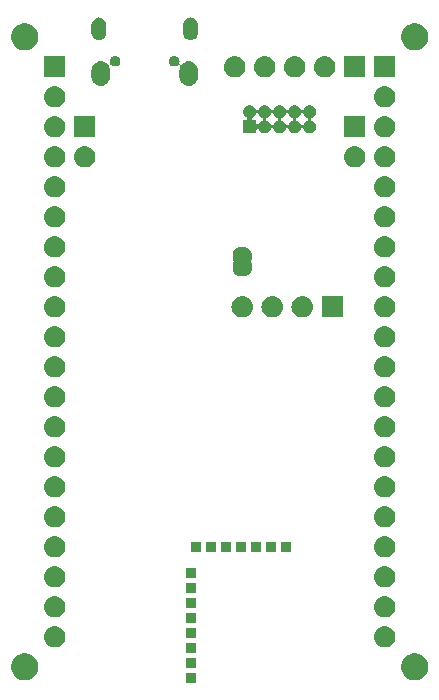
<source format=gbr>
G04 #@! TF.GenerationSoftware,KiCad,Pcbnew,5.0.1*
G04 #@! TF.CreationDate,2019-01-03T14:53:17+01:00*
G04 #@! TF.ProjectId,e73-c,6537332D632E6B696361645F70636200,rev?*
G04 #@! TF.SameCoordinates,Original*
G04 #@! TF.FileFunction,Soldermask,Bot*
G04 #@! TF.FilePolarity,Negative*
%FSLAX46Y46*%
G04 Gerber Fmt 4.6, Leading zero omitted, Abs format (unit mm)*
G04 Created by KiCad (PCBNEW 5.0.1) date do 03 jan 2019 14:53:17 CET*
%MOMM*%
%LPD*%
G01*
G04 APERTURE LIST*
%ADD10C,0.100000*%
G04 APERTURE END LIST*
D10*
G36*
X149111000Y-108036000D02*
X148259000Y-108036000D01*
X148259000Y-107184000D01*
X149111000Y-107184000D01*
X149111000Y-108036000D01*
X149111000Y-108036000D01*
G37*
G36*
X167975734Y-105573232D02*
X168185202Y-105659996D01*
X168373723Y-105785962D01*
X168534038Y-105946277D01*
X168660004Y-106134798D01*
X168746768Y-106344266D01*
X168791000Y-106566635D01*
X168791000Y-106793365D01*
X168746768Y-107015734D01*
X168660004Y-107225202D01*
X168534038Y-107413723D01*
X168373723Y-107574038D01*
X168185202Y-107700004D01*
X167975734Y-107786768D01*
X167753365Y-107831000D01*
X167526635Y-107831000D01*
X167304266Y-107786768D01*
X167094798Y-107700004D01*
X166906277Y-107574038D01*
X166745962Y-107413723D01*
X166619996Y-107225202D01*
X166533232Y-107015734D01*
X166489000Y-106793365D01*
X166489000Y-106566635D01*
X166533232Y-106344266D01*
X166619996Y-106134798D01*
X166745962Y-105946277D01*
X166906277Y-105785962D01*
X167094798Y-105659996D01*
X167304266Y-105573232D01*
X167526635Y-105529000D01*
X167753365Y-105529000D01*
X167975734Y-105573232D01*
X167975734Y-105573232D01*
G37*
G36*
X134955734Y-105573232D02*
X135165202Y-105659996D01*
X135353723Y-105785962D01*
X135514038Y-105946277D01*
X135640004Y-106134798D01*
X135726768Y-106344266D01*
X135771000Y-106566635D01*
X135771000Y-106793365D01*
X135726768Y-107015734D01*
X135640004Y-107225202D01*
X135514038Y-107413723D01*
X135353723Y-107574038D01*
X135165202Y-107700004D01*
X134955734Y-107786768D01*
X134733365Y-107831000D01*
X134506635Y-107831000D01*
X134284266Y-107786768D01*
X134074798Y-107700004D01*
X133886277Y-107574038D01*
X133725962Y-107413723D01*
X133599996Y-107225202D01*
X133513232Y-107015734D01*
X133469000Y-106793365D01*
X133469000Y-106566635D01*
X133513232Y-106344266D01*
X133599996Y-106134798D01*
X133725962Y-105946277D01*
X133886277Y-105785962D01*
X134074798Y-105659996D01*
X134284266Y-105573232D01*
X134506635Y-105529000D01*
X134733365Y-105529000D01*
X134955734Y-105573232D01*
X134955734Y-105573232D01*
G37*
G36*
X149111000Y-106766000D02*
X148259000Y-106766000D01*
X148259000Y-105914000D01*
X149111000Y-105914000D01*
X149111000Y-106766000D01*
X149111000Y-106766000D01*
G37*
G36*
X149111000Y-105496000D02*
X148259000Y-105496000D01*
X148259000Y-104644000D01*
X149111000Y-104644000D01*
X149111000Y-105496000D01*
X149111000Y-105496000D01*
G37*
G36*
X137270443Y-103245519D02*
X137336627Y-103252037D01*
X137449853Y-103286384D01*
X137506467Y-103303557D01*
X137638255Y-103374000D01*
X137662991Y-103387222D01*
X137698729Y-103416552D01*
X137800186Y-103499814D01*
X137883448Y-103601271D01*
X137912778Y-103637009D01*
X137912779Y-103637011D01*
X137996443Y-103793533D01*
X137996443Y-103793534D01*
X138047963Y-103963373D01*
X138065359Y-104140000D01*
X138047963Y-104316627D01*
X138013616Y-104429853D01*
X137996443Y-104486467D01*
X137922348Y-104625087D01*
X137912778Y-104642991D01*
X137883448Y-104678729D01*
X137800186Y-104780186D01*
X137698729Y-104863448D01*
X137662991Y-104892778D01*
X137662989Y-104892779D01*
X137506467Y-104976443D01*
X137449853Y-104993616D01*
X137336627Y-105027963D01*
X137270442Y-105034482D01*
X137204260Y-105041000D01*
X137115740Y-105041000D01*
X137049557Y-105034481D01*
X136983373Y-105027963D01*
X136870147Y-104993616D01*
X136813533Y-104976443D01*
X136657011Y-104892779D01*
X136657009Y-104892778D01*
X136621271Y-104863448D01*
X136519814Y-104780186D01*
X136436552Y-104678729D01*
X136407222Y-104642991D01*
X136397652Y-104625087D01*
X136323557Y-104486467D01*
X136306384Y-104429853D01*
X136272037Y-104316627D01*
X136254641Y-104140000D01*
X136272037Y-103963373D01*
X136323557Y-103793534D01*
X136323557Y-103793533D01*
X136407221Y-103637011D01*
X136407222Y-103637009D01*
X136436552Y-103601271D01*
X136519814Y-103499814D01*
X136621271Y-103416552D01*
X136657009Y-103387222D01*
X136681745Y-103374000D01*
X136813533Y-103303557D01*
X136870147Y-103286384D01*
X136983373Y-103252037D01*
X137049558Y-103245518D01*
X137115740Y-103239000D01*
X137204260Y-103239000D01*
X137270443Y-103245519D01*
X137270443Y-103245519D01*
G37*
G36*
X165210443Y-103245519D02*
X165276627Y-103252037D01*
X165389853Y-103286384D01*
X165446467Y-103303557D01*
X165578255Y-103374000D01*
X165602991Y-103387222D01*
X165638729Y-103416552D01*
X165740186Y-103499814D01*
X165823448Y-103601271D01*
X165852778Y-103637009D01*
X165852779Y-103637011D01*
X165936443Y-103793533D01*
X165936443Y-103793534D01*
X165987963Y-103963373D01*
X166005359Y-104140000D01*
X165987963Y-104316627D01*
X165953616Y-104429853D01*
X165936443Y-104486467D01*
X165862348Y-104625087D01*
X165852778Y-104642991D01*
X165823448Y-104678729D01*
X165740186Y-104780186D01*
X165638729Y-104863448D01*
X165602991Y-104892778D01*
X165602989Y-104892779D01*
X165446467Y-104976443D01*
X165389853Y-104993616D01*
X165276627Y-105027963D01*
X165210442Y-105034482D01*
X165144260Y-105041000D01*
X165055740Y-105041000D01*
X164989557Y-105034481D01*
X164923373Y-105027963D01*
X164810147Y-104993616D01*
X164753533Y-104976443D01*
X164597011Y-104892779D01*
X164597009Y-104892778D01*
X164561271Y-104863448D01*
X164459814Y-104780186D01*
X164376552Y-104678729D01*
X164347222Y-104642991D01*
X164337652Y-104625087D01*
X164263557Y-104486467D01*
X164246384Y-104429853D01*
X164212037Y-104316627D01*
X164194641Y-104140000D01*
X164212037Y-103963373D01*
X164263557Y-103793534D01*
X164263557Y-103793533D01*
X164347221Y-103637011D01*
X164347222Y-103637009D01*
X164376552Y-103601271D01*
X164459814Y-103499814D01*
X164561271Y-103416552D01*
X164597009Y-103387222D01*
X164621745Y-103374000D01*
X164753533Y-103303557D01*
X164810147Y-103286384D01*
X164923373Y-103252037D01*
X164989558Y-103245518D01*
X165055740Y-103239000D01*
X165144260Y-103239000D01*
X165210443Y-103245519D01*
X165210443Y-103245519D01*
G37*
G36*
X149111000Y-104226000D02*
X148259000Y-104226000D01*
X148259000Y-103374000D01*
X149111000Y-103374000D01*
X149111000Y-104226000D01*
X149111000Y-104226000D01*
G37*
G36*
X149111000Y-102956000D02*
X148259000Y-102956000D01*
X148259000Y-102104000D01*
X149111000Y-102104000D01*
X149111000Y-102956000D01*
X149111000Y-102956000D01*
G37*
G36*
X137270443Y-100705519D02*
X137336627Y-100712037D01*
X137449853Y-100746384D01*
X137506467Y-100763557D01*
X137638255Y-100834000D01*
X137662991Y-100847222D01*
X137698729Y-100876552D01*
X137800186Y-100959814D01*
X137883448Y-101061271D01*
X137912778Y-101097009D01*
X137912779Y-101097011D01*
X137996443Y-101253533D01*
X137996443Y-101253534D01*
X138047963Y-101423373D01*
X138065359Y-101600000D01*
X138047963Y-101776627D01*
X138013616Y-101889853D01*
X137996443Y-101946467D01*
X137922348Y-102085087D01*
X137912778Y-102102991D01*
X137883448Y-102138729D01*
X137800186Y-102240186D01*
X137698729Y-102323448D01*
X137662991Y-102352778D01*
X137662989Y-102352779D01*
X137506467Y-102436443D01*
X137449853Y-102453616D01*
X137336627Y-102487963D01*
X137270442Y-102494482D01*
X137204260Y-102501000D01*
X137115740Y-102501000D01*
X137049558Y-102494482D01*
X136983373Y-102487963D01*
X136870147Y-102453616D01*
X136813533Y-102436443D01*
X136657011Y-102352779D01*
X136657009Y-102352778D01*
X136621271Y-102323448D01*
X136519814Y-102240186D01*
X136436552Y-102138729D01*
X136407222Y-102102991D01*
X136397652Y-102085087D01*
X136323557Y-101946467D01*
X136306384Y-101889853D01*
X136272037Y-101776627D01*
X136254641Y-101600000D01*
X136272037Y-101423373D01*
X136323557Y-101253534D01*
X136323557Y-101253533D01*
X136407221Y-101097011D01*
X136407222Y-101097009D01*
X136436552Y-101061271D01*
X136519814Y-100959814D01*
X136621271Y-100876552D01*
X136657009Y-100847222D01*
X136681745Y-100834000D01*
X136813533Y-100763557D01*
X136870147Y-100746384D01*
X136983373Y-100712037D01*
X137049557Y-100705519D01*
X137115740Y-100699000D01*
X137204260Y-100699000D01*
X137270443Y-100705519D01*
X137270443Y-100705519D01*
G37*
G36*
X165210443Y-100705519D02*
X165276627Y-100712037D01*
X165389853Y-100746384D01*
X165446467Y-100763557D01*
X165578255Y-100834000D01*
X165602991Y-100847222D01*
X165638729Y-100876552D01*
X165740186Y-100959814D01*
X165823448Y-101061271D01*
X165852778Y-101097009D01*
X165852779Y-101097011D01*
X165936443Y-101253533D01*
X165936443Y-101253534D01*
X165987963Y-101423373D01*
X166005359Y-101600000D01*
X165987963Y-101776627D01*
X165953616Y-101889853D01*
X165936443Y-101946467D01*
X165862348Y-102085087D01*
X165852778Y-102102991D01*
X165823448Y-102138729D01*
X165740186Y-102240186D01*
X165638729Y-102323448D01*
X165602991Y-102352778D01*
X165602989Y-102352779D01*
X165446467Y-102436443D01*
X165389853Y-102453616D01*
X165276627Y-102487963D01*
X165210442Y-102494482D01*
X165144260Y-102501000D01*
X165055740Y-102501000D01*
X164989558Y-102494482D01*
X164923373Y-102487963D01*
X164810147Y-102453616D01*
X164753533Y-102436443D01*
X164597011Y-102352779D01*
X164597009Y-102352778D01*
X164561271Y-102323448D01*
X164459814Y-102240186D01*
X164376552Y-102138729D01*
X164347222Y-102102991D01*
X164337652Y-102085087D01*
X164263557Y-101946467D01*
X164246384Y-101889853D01*
X164212037Y-101776627D01*
X164194641Y-101600000D01*
X164212037Y-101423373D01*
X164263557Y-101253534D01*
X164263557Y-101253533D01*
X164347221Y-101097011D01*
X164347222Y-101097009D01*
X164376552Y-101061271D01*
X164459814Y-100959814D01*
X164561271Y-100876552D01*
X164597009Y-100847222D01*
X164621745Y-100834000D01*
X164753533Y-100763557D01*
X164810147Y-100746384D01*
X164923373Y-100712037D01*
X164989557Y-100705519D01*
X165055740Y-100699000D01*
X165144260Y-100699000D01*
X165210443Y-100705519D01*
X165210443Y-100705519D01*
G37*
G36*
X149111000Y-101686000D02*
X148259000Y-101686000D01*
X148259000Y-100834000D01*
X149111000Y-100834000D01*
X149111000Y-101686000D01*
X149111000Y-101686000D01*
G37*
G36*
X149111000Y-100416000D02*
X148259000Y-100416000D01*
X148259000Y-99564000D01*
X149111000Y-99564000D01*
X149111000Y-100416000D01*
X149111000Y-100416000D01*
G37*
G36*
X165210443Y-98165519D02*
X165276627Y-98172037D01*
X165389853Y-98206384D01*
X165446467Y-98223557D01*
X165578255Y-98294000D01*
X165602991Y-98307222D01*
X165638729Y-98336552D01*
X165740186Y-98419814D01*
X165823448Y-98521271D01*
X165852778Y-98557009D01*
X165852779Y-98557011D01*
X165936443Y-98713533D01*
X165936443Y-98713534D01*
X165987963Y-98883373D01*
X166005359Y-99060000D01*
X165987963Y-99236627D01*
X165953616Y-99349853D01*
X165936443Y-99406467D01*
X165862348Y-99545087D01*
X165852778Y-99562991D01*
X165823448Y-99598729D01*
X165740186Y-99700186D01*
X165638729Y-99783448D01*
X165602991Y-99812778D01*
X165602989Y-99812779D01*
X165446467Y-99896443D01*
X165389853Y-99913616D01*
X165276627Y-99947963D01*
X165210443Y-99954481D01*
X165144260Y-99961000D01*
X165055740Y-99961000D01*
X164989557Y-99954481D01*
X164923373Y-99947963D01*
X164810147Y-99913616D01*
X164753533Y-99896443D01*
X164597011Y-99812779D01*
X164597009Y-99812778D01*
X164561271Y-99783448D01*
X164459814Y-99700186D01*
X164376552Y-99598729D01*
X164347222Y-99562991D01*
X164337652Y-99545087D01*
X164263557Y-99406467D01*
X164246384Y-99349853D01*
X164212037Y-99236627D01*
X164194641Y-99060000D01*
X164212037Y-98883373D01*
X164263557Y-98713534D01*
X164263557Y-98713533D01*
X164347221Y-98557011D01*
X164347222Y-98557009D01*
X164376552Y-98521271D01*
X164459814Y-98419814D01*
X164561271Y-98336552D01*
X164597009Y-98307222D01*
X164621745Y-98294000D01*
X164753533Y-98223557D01*
X164810147Y-98206384D01*
X164923373Y-98172037D01*
X164989557Y-98165519D01*
X165055740Y-98159000D01*
X165144260Y-98159000D01*
X165210443Y-98165519D01*
X165210443Y-98165519D01*
G37*
G36*
X137270443Y-98165519D02*
X137336627Y-98172037D01*
X137449853Y-98206384D01*
X137506467Y-98223557D01*
X137638255Y-98294000D01*
X137662991Y-98307222D01*
X137698729Y-98336552D01*
X137800186Y-98419814D01*
X137883448Y-98521271D01*
X137912778Y-98557009D01*
X137912779Y-98557011D01*
X137996443Y-98713533D01*
X137996443Y-98713534D01*
X138047963Y-98883373D01*
X138065359Y-99060000D01*
X138047963Y-99236627D01*
X138013616Y-99349853D01*
X137996443Y-99406467D01*
X137922348Y-99545087D01*
X137912778Y-99562991D01*
X137883448Y-99598729D01*
X137800186Y-99700186D01*
X137698729Y-99783448D01*
X137662991Y-99812778D01*
X137662989Y-99812779D01*
X137506467Y-99896443D01*
X137449853Y-99913616D01*
X137336627Y-99947963D01*
X137270443Y-99954481D01*
X137204260Y-99961000D01*
X137115740Y-99961000D01*
X137049557Y-99954481D01*
X136983373Y-99947963D01*
X136870147Y-99913616D01*
X136813533Y-99896443D01*
X136657011Y-99812779D01*
X136657009Y-99812778D01*
X136621271Y-99783448D01*
X136519814Y-99700186D01*
X136436552Y-99598729D01*
X136407222Y-99562991D01*
X136397652Y-99545087D01*
X136323557Y-99406467D01*
X136306384Y-99349853D01*
X136272037Y-99236627D01*
X136254641Y-99060000D01*
X136272037Y-98883373D01*
X136323557Y-98713534D01*
X136323557Y-98713533D01*
X136407221Y-98557011D01*
X136407222Y-98557009D01*
X136436552Y-98521271D01*
X136519814Y-98419814D01*
X136621271Y-98336552D01*
X136657009Y-98307222D01*
X136681745Y-98294000D01*
X136813533Y-98223557D01*
X136870147Y-98206384D01*
X136983373Y-98172037D01*
X137049557Y-98165519D01*
X137115740Y-98159000D01*
X137204260Y-98159000D01*
X137270443Y-98165519D01*
X137270443Y-98165519D01*
G37*
G36*
X149111000Y-99146000D02*
X148259000Y-99146000D01*
X148259000Y-98294000D01*
X149111000Y-98294000D01*
X149111000Y-99146000D01*
X149111000Y-99146000D01*
G37*
G36*
X165210442Y-95625518D02*
X165276627Y-95632037D01*
X165389853Y-95666384D01*
X165446467Y-95683557D01*
X165585087Y-95757652D01*
X165602991Y-95767222D01*
X165638729Y-95796552D01*
X165740186Y-95879814D01*
X165823448Y-95981271D01*
X165852778Y-96017009D01*
X165852779Y-96017011D01*
X165936443Y-96173533D01*
X165936443Y-96173534D01*
X165987963Y-96343373D01*
X166005359Y-96520000D01*
X165987963Y-96696627D01*
X165953616Y-96809853D01*
X165936443Y-96866467D01*
X165862348Y-97005087D01*
X165852778Y-97022991D01*
X165823448Y-97058729D01*
X165740186Y-97160186D01*
X165638729Y-97243448D01*
X165602991Y-97272778D01*
X165602989Y-97272779D01*
X165446467Y-97356443D01*
X165389853Y-97373616D01*
X165276627Y-97407963D01*
X165210442Y-97414482D01*
X165144260Y-97421000D01*
X165055740Y-97421000D01*
X164989558Y-97414482D01*
X164923373Y-97407963D01*
X164810147Y-97373616D01*
X164753533Y-97356443D01*
X164597011Y-97272779D01*
X164597009Y-97272778D01*
X164561271Y-97243448D01*
X164459814Y-97160186D01*
X164376552Y-97058729D01*
X164347222Y-97022991D01*
X164337652Y-97005087D01*
X164263557Y-96866467D01*
X164246384Y-96809853D01*
X164212037Y-96696627D01*
X164194641Y-96520000D01*
X164212037Y-96343373D01*
X164263557Y-96173534D01*
X164263557Y-96173533D01*
X164347221Y-96017011D01*
X164347222Y-96017009D01*
X164376552Y-95981271D01*
X164459814Y-95879814D01*
X164561271Y-95796552D01*
X164597009Y-95767222D01*
X164614913Y-95757652D01*
X164753533Y-95683557D01*
X164810147Y-95666384D01*
X164923373Y-95632037D01*
X164989558Y-95625518D01*
X165055740Y-95619000D01*
X165144260Y-95619000D01*
X165210442Y-95625518D01*
X165210442Y-95625518D01*
G37*
G36*
X137270442Y-95625518D02*
X137336627Y-95632037D01*
X137449853Y-95666384D01*
X137506467Y-95683557D01*
X137645087Y-95757652D01*
X137662991Y-95767222D01*
X137698729Y-95796552D01*
X137800186Y-95879814D01*
X137883448Y-95981271D01*
X137912778Y-96017009D01*
X137912779Y-96017011D01*
X137996443Y-96173533D01*
X137996443Y-96173534D01*
X138047963Y-96343373D01*
X138065359Y-96520000D01*
X138047963Y-96696627D01*
X138013616Y-96809853D01*
X137996443Y-96866467D01*
X137922348Y-97005087D01*
X137912778Y-97022991D01*
X137883448Y-97058729D01*
X137800186Y-97160186D01*
X137698729Y-97243448D01*
X137662991Y-97272778D01*
X137662989Y-97272779D01*
X137506467Y-97356443D01*
X137449853Y-97373616D01*
X137336627Y-97407963D01*
X137270442Y-97414482D01*
X137204260Y-97421000D01*
X137115740Y-97421000D01*
X137049558Y-97414482D01*
X136983373Y-97407963D01*
X136870147Y-97373616D01*
X136813533Y-97356443D01*
X136657011Y-97272779D01*
X136657009Y-97272778D01*
X136621271Y-97243448D01*
X136519814Y-97160186D01*
X136436552Y-97058729D01*
X136407222Y-97022991D01*
X136397652Y-97005087D01*
X136323557Y-96866467D01*
X136306384Y-96809853D01*
X136272037Y-96696627D01*
X136254641Y-96520000D01*
X136272037Y-96343373D01*
X136323557Y-96173534D01*
X136323557Y-96173533D01*
X136407221Y-96017011D01*
X136407222Y-96017009D01*
X136436552Y-95981271D01*
X136519814Y-95879814D01*
X136621271Y-95796552D01*
X136657009Y-95767222D01*
X136674913Y-95757652D01*
X136813533Y-95683557D01*
X136870147Y-95666384D01*
X136983373Y-95632037D01*
X137049558Y-95625518D01*
X137115740Y-95619000D01*
X137204260Y-95619000D01*
X137270442Y-95625518D01*
X137270442Y-95625518D01*
G37*
G36*
X149546000Y-96941000D02*
X148694000Y-96941000D01*
X148694000Y-96089000D01*
X149546000Y-96089000D01*
X149546000Y-96941000D01*
X149546000Y-96941000D01*
G37*
G36*
X157166000Y-96941000D02*
X156314000Y-96941000D01*
X156314000Y-96089000D01*
X157166000Y-96089000D01*
X157166000Y-96941000D01*
X157166000Y-96941000D01*
G37*
G36*
X155896000Y-96941000D02*
X155044000Y-96941000D01*
X155044000Y-96089000D01*
X155896000Y-96089000D01*
X155896000Y-96941000D01*
X155896000Y-96941000D01*
G37*
G36*
X154626000Y-96941000D02*
X153774000Y-96941000D01*
X153774000Y-96089000D01*
X154626000Y-96089000D01*
X154626000Y-96941000D01*
X154626000Y-96941000D01*
G37*
G36*
X153356000Y-96941000D02*
X152504000Y-96941000D01*
X152504000Y-96089000D01*
X153356000Y-96089000D01*
X153356000Y-96941000D01*
X153356000Y-96941000D01*
G37*
G36*
X152086000Y-96941000D02*
X151234000Y-96941000D01*
X151234000Y-96089000D01*
X152086000Y-96089000D01*
X152086000Y-96941000D01*
X152086000Y-96941000D01*
G37*
G36*
X150816000Y-96941000D02*
X149964000Y-96941000D01*
X149964000Y-96089000D01*
X150816000Y-96089000D01*
X150816000Y-96941000D01*
X150816000Y-96941000D01*
G37*
G36*
X137270443Y-93085519D02*
X137336627Y-93092037D01*
X137449853Y-93126384D01*
X137506467Y-93143557D01*
X137645087Y-93217652D01*
X137662991Y-93227222D01*
X137698729Y-93256552D01*
X137800186Y-93339814D01*
X137883448Y-93441271D01*
X137912778Y-93477009D01*
X137912779Y-93477011D01*
X137996443Y-93633533D01*
X137996443Y-93633534D01*
X138047963Y-93803373D01*
X138065359Y-93980000D01*
X138047963Y-94156627D01*
X138013616Y-94269853D01*
X137996443Y-94326467D01*
X137922348Y-94465087D01*
X137912778Y-94482991D01*
X137883448Y-94518729D01*
X137800186Y-94620186D01*
X137698729Y-94703448D01*
X137662991Y-94732778D01*
X137662989Y-94732779D01*
X137506467Y-94816443D01*
X137449853Y-94833616D01*
X137336627Y-94867963D01*
X137270443Y-94874481D01*
X137204260Y-94881000D01*
X137115740Y-94881000D01*
X137049557Y-94874481D01*
X136983373Y-94867963D01*
X136870147Y-94833616D01*
X136813533Y-94816443D01*
X136657011Y-94732779D01*
X136657009Y-94732778D01*
X136621271Y-94703448D01*
X136519814Y-94620186D01*
X136436552Y-94518729D01*
X136407222Y-94482991D01*
X136397652Y-94465087D01*
X136323557Y-94326467D01*
X136306384Y-94269853D01*
X136272037Y-94156627D01*
X136254641Y-93980000D01*
X136272037Y-93803373D01*
X136323557Y-93633534D01*
X136323557Y-93633533D01*
X136407221Y-93477011D01*
X136407222Y-93477009D01*
X136436552Y-93441271D01*
X136519814Y-93339814D01*
X136621271Y-93256552D01*
X136657009Y-93227222D01*
X136674913Y-93217652D01*
X136813533Y-93143557D01*
X136870147Y-93126384D01*
X136983373Y-93092037D01*
X137049557Y-93085519D01*
X137115740Y-93079000D01*
X137204260Y-93079000D01*
X137270443Y-93085519D01*
X137270443Y-93085519D01*
G37*
G36*
X165210443Y-93085519D02*
X165276627Y-93092037D01*
X165389853Y-93126384D01*
X165446467Y-93143557D01*
X165585087Y-93217652D01*
X165602991Y-93227222D01*
X165638729Y-93256552D01*
X165740186Y-93339814D01*
X165823448Y-93441271D01*
X165852778Y-93477009D01*
X165852779Y-93477011D01*
X165936443Y-93633533D01*
X165936443Y-93633534D01*
X165987963Y-93803373D01*
X166005359Y-93980000D01*
X165987963Y-94156627D01*
X165953616Y-94269853D01*
X165936443Y-94326467D01*
X165862348Y-94465087D01*
X165852778Y-94482991D01*
X165823448Y-94518729D01*
X165740186Y-94620186D01*
X165638729Y-94703448D01*
X165602991Y-94732778D01*
X165602989Y-94732779D01*
X165446467Y-94816443D01*
X165389853Y-94833616D01*
X165276627Y-94867963D01*
X165210443Y-94874481D01*
X165144260Y-94881000D01*
X165055740Y-94881000D01*
X164989557Y-94874481D01*
X164923373Y-94867963D01*
X164810147Y-94833616D01*
X164753533Y-94816443D01*
X164597011Y-94732779D01*
X164597009Y-94732778D01*
X164561271Y-94703448D01*
X164459814Y-94620186D01*
X164376552Y-94518729D01*
X164347222Y-94482991D01*
X164337652Y-94465087D01*
X164263557Y-94326467D01*
X164246384Y-94269853D01*
X164212037Y-94156627D01*
X164194641Y-93980000D01*
X164212037Y-93803373D01*
X164263557Y-93633534D01*
X164263557Y-93633533D01*
X164347221Y-93477011D01*
X164347222Y-93477009D01*
X164376552Y-93441271D01*
X164459814Y-93339814D01*
X164561271Y-93256552D01*
X164597009Y-93227222D01*
X164614913Y-93217652D01*
X164753533Y-93143557D01*
X164810147Y-93126384D01*
X164923373Y-93092037D01*
X164989557Y-93085519D01*
X165055740Y-93079000D01*
X165144260Y-93079000D01*
X165210443Y-93085519D01*
X165210443Y-93085519D01*
G37*
G36*
X165210443Y-90545519D02*
X165276627Y-90552037D01*
X165389853Y-90586384D01*
X165446467Y-90603557D01*
X165585087Y-90677652D01*
X165602991Y-90687222D01*
X165638729Y-90716552D01*
X165740186Y-90799814D01*
X165823448Y-90901271D01*
X165852778Y-90937009D01*
X165852779Y-90937011D01*
X165936443Y-91093533D01*
X165936443Y-91093534D01*
X165987963Y-91263373D01*
X166005359Y-91440000D01*
X165987963Y-91616627D01*
X165953616Y-91729853D01*
X165936443Y-91786467D01*
X165862348Y-91925087D01*
X165852778Y-91942991D01*
X165823448Y-91978729D01*
X165740186Y-92080186D01*
X165638729Y-92163448D01*
X165602991Y-92192778D01*
X165602989Y-92192779D01*
X165446467Y-92276443D01*
X165389853Y-92293616D01*
X165276627Y-92327963D01*
X165210443Y-92334481D01*
X165144260Y-92341000D01*
X165055740Y-92341000D01*
X164989557Y-92334481D01*
X164923373Y-92327963D01*
X164810147Y-92293616D01*
X164753533Y-92276443D01*
X164597011Y-92192779D01*
X164597009Y-92192778D01*
X164561271Y-92163448D01*
X164459814Y-92080186D01*
X164376552Y-91978729D01*
X164347222Y-91942991D01*
X164337652Y-91925087D01*
X164263557Y-91786467D01*
X164246384Y-91729853D01*
X164212037Y-91616627D01*
X164194641Y-91440000D01*
X164212037Y-91263373D01*
X164263557Y-91093534D01*
X164263557Y-91093533D01*
X164347221Y-90937011D01*
X164347222Y-90937009D01*
X164376552Y-90901271D01*
X164459814Y-90799814D01*
X164561271Y-90716552D01*
X164597009Y-90687222D01*
X164614913Y-90677652D01*
X164753533Y-90603557D01*
X164810147Y-90586384D01*
X164923373Y-90552037D01*
X164989558Y-90545518D01*
X165055740Y-90539000D01*
X165144260Y-90539000D01*
X165210443Y-90545519D01*
X165210443Y-90545519D01*
G37*
G36*
X137270443Y-90545519D02*
X137336627Y-90552037D01*
X137449853Y-90586384D01*
X137506467Y-90603557D01*
X137645087Y-90677652D01*
X137662991Y-90687222D01*
X137698729Y-90716552D01*
X137800186Y-90799814D01*
X137883448Y-90901271D01*
X137912778Y-90937009D01*
X137912779Y-90937011D01*
X137996443Y-91093533D01*
X137996443Y-91093534D01*
X138047963Y-91263373D01*
X138065359Y-91440000D01*
X138047963Y-91616627D01*
X138013616Y-91729853D01*
X137996443Y-91786467D01*
X137922348Y-91925087D01*
X137912778Y-91942991D01*
X137883448Y-91978729D01*
X137800186Y-92080186D01*
X137698729Y-92163448D01*
X137662991Y-92192778D01*
X137662989Y-92192779D01*
X137506467Y-92276443D01*
X137449853Y-92293616D01*
X137336627Y-92327963D01*
X137270443Y-92334481D01*
X137204260Y-92341000D01*
X137115740Y-92341000D01*
X137049557Y-92334481D01*
X136983373Y-92327963D01*
X136870147Y-92293616D01*
X136813533Y-92276443D01*
X136657011Y-92192779D01*
X136657009Y-92192778D01*
X136621271Y-92163448D01*
X136519814Y-92080186D01*
X136436552Y-91978729D01*
X136407222Y-91942991D01*
X136397652Y-91925087D01*
X136323557Y-91786467D01*
X136306384Y-91729853D01*
X136272037Y-91616627D01*
X136254641Y-91440000D01*
X136272037Y-91263373D01*
X136323557Y-91093534D01*
X136323557Y-91093533D01*
X136407221Y-90937011D01*
X136407222Y-90937009D01*
X136436552Y-90901271D01*
X136519814Y-90799814D01*
X136621271Y-90716552D01*
X136657009Y-90687222D01*
X136674913Y-90677652D01*
X136813533Y-90603557D01*
X136870147Y-90586384D01*
X136983373Y-90552037D01*
X137049557Y-90545519D01*
X137115740Y-90539000D01*
X137204260Y-90539000D01*
X137270443Y-90545519D01*
X137270443Y-90545519D01*
G37*
G36*
X137270443Y-88005519D02*
X137336627Y-88012037D01*
X137449853Y-88046384D01*
X137506467Y-88063557D01*
X137645087Y-88137652D01*
X137662991Y-88147222D01*
X137698729Y-88176552D01*
X137800186Y-88259814D01*
X137883448Y-88361271D01*
X137912778Y-88397009D01*
X137912779Y-88397011D01*
X137996443Y-88553533D01*
X137996443Y-88553534D01*
X138047963Y-88723373D01*
X138065359Y-88900000D01*
X138047963Y-89076627D01*
X138013616Y-89189853D01*
X137996443Y-89246467D01*
X137922348Y-89385087D01*
X137912778Y-89402991D01*
X137883448Y-89438729D01*
X137800186Y-89540186D01*
X137698729Y-89623448D01*
X137662991Y-89652778D01*
X137662989Y-89652779D01*
X137506467Y-89736443D01*
X137449853Y-89753616D01*
X137336627Y-89787963D01*
X137270443Y-89794481D01*
X137204260Y-89801000D01*
X137115740Y-89801000D01*
X137049557Y-89794481D01*
X136983373Y-89787963D01*
X136870147Y-89753616D01*
X136813533Y-89736443D01*
X136657011Y-89652779D01*
X136657009Y-89652778D01*
X136621271Y-89623448D01*
X136519814Y-89540186D01*
X136436552Y-89438729D01*
X136407222Y-89402991D01*
X136397652Y-89385087D01*
X136323557Y-89246467D01*
X136306384Y-89189853D01*
X136272037Y-89076627D01*
X136254641Y-88900000D01*
X136272037Y-88723373D01*
X136323557Y-88553534D01*
X136323557Y-88553533D01*
X136407221Y-88397011D01*
X136407222Y-88397009D01*
X136436552Y-88361271D01*
X136519814Y-88259814D01*
X136621271Y-88176552D01*
X136657009Y-88147222D01*
X136674913Y-88137652D01*
X136813533Y-88063557D01*
X136870147Y-88046384D01*
X136983373Y-88012037D01*
X137049557Y-88005519D01*
X137115740Y-87999000D01*
X137204260Y-87999000D01*
X137270443Y-88005519D01*
X137270443Y-88005519D01*
G37*
G36*
X165210443Y-88005519D02*
X165276627Y-88012037D01*
X165389853Y-88046384D01*
X165446467Y-88063557D01*
X165585087Y-88137652D01*
X165602991Y-88147222D01*
X165638729Y-88176552D01*
X165740186Y-88259814D01*
X165823448Y-88361271D01*
X165852778Y-88397009D01*
X165852779Y-88397011D01*
X165936443Y-88553533D01*
X165936443Y-88553534D01*
X165987963Y-88723373D01*
X166005359Y-88900000D01*
X165987963Y-89076627D01*
X165953616Y-89189853D01*
X165936443Y-89246467D01*
X165862348Y-89385087D01*
X165852778Y-89402991D01*
X165823448Y-89438729D01*
X165740186Y-89540186D01*
X165638729Y-89623448D01*
X165602991Y-89652778D01*
X165602989Y-89652779D01*
X165446467Y-89736443D01*
X165389853Y-89753616D01*
X165276627Y-89787963D01*
X165210443Y-89794481D01*
X165144260Y-89801000D01*
X165055740Y-89801000D01*
X164989557Y-89794481D01*
X164923373Y-89787963D01*
X164810147Y-89753616D01*
X164753533Y-89736443D01*
X164597011Y-89652779D01*
X164597009Y-89652778D01*
X164561271Y-89623448D01*
X164459814Y-89540186D01*
X164376552Y-89438729D01*
X164347222Y-89402991D01*
X164337652Y-89385087D01*
X164263557Y-89246467D01*
X164246384Y-89189853D01*
X164212037Y-89076627D01*
X164194641Y-88900000D01*
X164212037Y-88723373D01*
X164263557Y-88553534D01*
X164263557Y-88553533D01*
X164347221Y-88397011D01*
X164347222Y-88397009D01*
X164376552Y-88361271D01*
X164459814Y-88259814D01*
X164561271Y-88176552D01*
X164597009Y-88147222D01*
X164614913Y-88137652D01*
X164753533Y-88063557D01*
X164810147Y-88046384D01*
X164923373Y-88012037D01*
X164989557Y-88005519D01*
X165055740Y-87999000D01*
X165144260Y-87999000D01*
X165210443Y-88005519D01*
X165210443Y-88005519D01*
G37*
G36*
X137270442Y-85465518D02*
X137336627Y-85472037D01*
X137449853Y-85506384D01*
X137506467Y-85523557D01*
X137645087Y-85597652D01*
X137662991Y-85607222D01*
X137698729Y-85636552D01*
X137800186Y-85719814D01*
X137883448Y-85821271D01*
X137912778Y-85857009D01*
X137912779Y-85857011D01*
X137996443Y-86013533D01*
X137996443Y-86013534D01*
X138047963Y-86183373D01*
X138065359Y-86360000D01*
X138047963Y-86536627D01*
X138013616Y-86649853D01*
X137996443Y-86706467D01*
X137922348Y-86845087D01*
X137912778Y-86862991D01*
X137883448Y-86898729D01*
X137800186Y-87000186D01*
X137698729Y-87083448D01*
X137662991Y-87112778D01*
X137662989Y-87112779D01*
X137506467Y-87196443D01*
X137449853Y-87213616D01*
X137336627Y-87247963D01*
X137270442Y-87254482D01*
X137204260Y-87261000D01*
X137115740Y-87261000D01*
X137049558Y-87254482D01*
X136983373Y-87247963D01*
X136870147Y-87213616D01*
X136813533Y-87196443D01*
X136657011Y-87112779D01*
X136657009Y-87112778D01*
X136621271Y-87083448D01*
X136519814Y-87000186D01*
X136436552Y-86898729D01*
X136407222Y-86862991D01*
X136397652Y-86845087D01*
X136323557Y-86706467D01*
X136306384Y-86649853D01*
X136272037Y-86536627D01*
X136254641Y-86360000D01*
X136272037Y-86183373D01*
X136323557Y-86013534D01*
X136323557Y-86013533D01*
X136407221Y-85857011D01*
X136407222Y-85857009D01*
X136436552Y-85821271D01*
X136519814Y-85719814D01*
X136621271Y-85636552D01*
X136657009Y-85607222D01*
X136674913Y-85597652D01*
X136813533Y-85523557D01*
X136870147Y-85506384D01*
X136983373Y-85472037D01*
X137049558Y-85465518D01*
X137115740Y-85459000D01*
X137204260Y-85459000D01*
X137270442Y-85465518D01*
X137270442Y-85465518D01*
G37*
G36*
X165210442Y-85465518D02*
X165276627Y-85472037D01*
X165389853Y-85506384D01*
X165446467Y-85523557D01*
X165585087Y-85597652D01*
X165602991Y-85607222D01*
X165638729Y-85636552D01*
X165740186Y-85719814D01*
X165823448Y-85821271D01*
X165852778Y-85857009D01*
X165852779Y-85857011D01*
X165936443Y-86013533D01*
X165936443Y-86013534D01*
X165987963Y-86183373D01*
X166005359Y-86360000D01*
X165987963Y-86536627D01*
X165953616Y-86649853D01*
X165936443Y-86706467D01*
X165862348Y-86845087D01*
X165852778Y-86862991D01*
X165823448Y-86898729D01*
X165740186Y-87000186D01*
X165638729Y-87083448D01*
X165602991Y-87112778D01*
X165602989Y-87112779D01*
X165446467Y-87196443D01*
X165389853Y-87213616D01*
X165276627Y-87247963D01*
X165210442Y-87254482D01*
X165144260Y-87261000D01*
X165055740Y-87261000D01*
X164989558Y-87254482D01*
X164923373Y-87247963D01*
X164810147Y-87213616D01*
X164753533Y-87196443D01*
X164597011Y-87112779D01*
X164597009Y-87112778D01*
X164561271Y-87083448D01*
X164459814Y-87000186D01*
X164376552Y-86898729D01*
X164347222Y-86862991D01*
X164337652Y-86845087D01*
X164263557Y-86706467D01*
X164246384Y-86649853D01*
X164212037Y-86536627D01*
X164194641Y-86360000D01*
X164212037Y-86183373D01*
X164263557Y-86013534D01*
X164263557Y-86013533D01*
X164347221Y-85857011D01*
X164347222Y-85857009D01*
X164376552Y-85821271D01*
X164459814Y-85719814D01*
X164561271Y-85636552D01*
X164597009Y-85607222D01*
X164614913Y-85597652D01*
X164753533Y-85523557D01*
X164810147Y-85506384D01*
X164923373Y-85472037D01*
X164989558Y-85465518D01*
X165055740Y-85459000D01*
X165144260Y-85459000D01*
X165210442Y-85465518D01*
X165210442Y-85465518D01*
G37*
G36*
X137270443Y-82925519D02*
X137336627Y-82932037D01*
X137449853Y-82966384D01*
X137506467Y-82983557D01*
X137645087Y-83057652D01*
X137662991Y-83067222D01*
X137698729Y-83096552D01*
X137800186Y-83179814D01*
X137883448Y-83281271D01*
X137912778Y-83317009D01*
X137912779Y-83317011D01*
X137996443Y-83473533D01*
X137996443Y-83473534D01*
X138047963Y-83643373D01*
X138065359Y-83820000D01*
X138047963Y-83996627D01*
X138013616Y-84109853D01*
X137996443Y-84166467D01*
X137922348Y-84305087D01*
X137912778Y-84322991D01*
X137883448Y-84358729D01*
X137800186Y-84460186D01*
X137698729Y-84543448D01*
X137662991Y-84572778D01*
X137662989Y-84572779D01*
X137506467Y-84656443D01*
X137449853Y-84673616D01*
X137336627Y-84707963D01*
X137270443Y-84714481D01*
X137204260Y-84721000D01*
X137115740Y-84721000D01*
X137049557Y-84714481D01*
X136983373Y-84707963D01*
X136870147Y-84673616D01*
X136813533Y-84656443D01*
X136657011Y-84572779D01*
X136657009Y-84572778D01*
X136621271Y-84543448D01*
X136519814Y-84460186D01*
X136436552Y-84358729D01*
X136407222Y-84322991D01*
X136397652Y-84305087D01*
X136323557Y-84166467D01*
X136306384Y-84109853D01*
X136272037Y-83996627D01*
X136254641Y-83820000D01*
X136272037Y-83643373D01*
X136323557Y-83473534D01*
X136323557Y-83473533D01*
X136407221Y-83317011D01*
X136407222Y-83317009D01*
X136436552Y-83281271D01*
X136519814Y-83179814D01*
X136621271Y-83096552D01*
X136657009Y-83067222D01*
X136674913Y-83057652D01*
X136813533Y-82983557D01*
X136870147Y-82966384D01*
X136983373Y-82932037D01*
X137049557Y-82925519D01*
X137115740Y-82919000D01*
X137204260Y-82919000D01*
X137270443Y-82925519D01*
X137270443Y-82925519D01*
G37*
G36*
X165210443Y-82925519D02*
X165276627Y-82932037D01*
X165389853Y-82966384D01*
X165446467Y-82983557D01*
X165585087Y-83057652D01*
X165602991Y-83067222D01*
X165638729Y-83096552D01*
X165740186Y-83179814D01*
X165823448Y-83281271D01*
X165852778Y-83317009D01*
X165852779Y-83317011D01*
X165936443Y-83473533D01*
X165936443Y-83473534D01*
X165987963Y-83643373D01*
X166005359Y-83820000D01*
X165987963Y-83996627D01*
X165953616Y-84109853D01*
X165936443Y-84166467D01*
X165862348Y-84305087D01*
X165852778Y-84322991D01*
X165823448Y-84358729D01*
X165740186Y-84460186D01*
X165638729Y-84543448D01*
X165602991Y-84572778D01*
X165602989Y-84572779D01*
X165446467Y-84656443D01*
X165389853Y-84673616D01*
X165276627Y-84707963D01*
X165210443Y-84714481D01*
X165144260Y-84721000D01*
X165055740Y-84721000D01*
X164989557Y-84714481D01*
X164923373Y-84707963D01*
X164810147Y-84673616D01*
X164753533Y-84656443D01*
X164597011Y-84572779D01*
X164597009Y-84572778D01*
X164561271Y-84543448D01*
X164459814Y-84460186D01*
X164376552Y-84358729D01*
X164347222Y-84322991D01*
X164337652Y-84305087D01*
X164263557Y-84166467D01*
X164246384Y-84109853D01*
X164212037Y-83996627D01*
X164194641Y-83820000D01*
X164212037Y-83643373D01*
X164263557Y-83473534D01*
X164263557Y-83473533D01*
X164347221Y-83317011D01*
X164347222Y-83317009D01*
X164376552Y-83281271D01*
X164459814Y-83179814D01*
X164561271Y-83096552D01*
X164597009Y-83067222D01*
X164614913Y-83057652D01*
X164753533Y-82983557D01*
X164810147Y-82966384D01*
X164923373Y-82932037D01*
X164989557Y-82925519D01*
X165055740Y-82919000D01*
X165144260Y-82919000D01*
X165210443Y-82925519D01*
X165210443Y-82925519D01*
G37*
G36*
X165210442Y-80385518D02*
X165276627Y-80392037D01*
X165389853Y-80426384D01*
X165446467Y-80443557D01*
X165585087Y-80517652D01*
X165602991Y-80527222D01*
X165638729Y-80556552D01*
X165740186Y-80639814D01*
X165823448Y-80741271D01*
X165852778Y-80777009D01*
X165852779Y-80777011D01*
X165936443Y-80933533D01*
X165936443Y-80933534D01*
X165987963Y-81103373D01*
X166005359Y-81280000D01*
X165987963Y-81456627D01*
X165953616Y-81569853D01*
X165936443Y-81626467D01*
X165862348Y-81765087D01*
X165852778Y-81782991D01*
X165823448Y-81818729D01*
X165740186Y-81920186D01*
X165638729Y-82003448D01*
X165602991Y-82032778D01*
X165602989Y-82032779D01*
X165446467Y-82116443D01*
X165389853Y-82133616D01*
X165276627Y-82167963D01*
X165210443Y-82174481D01*
X165144260Y-82181000D01*
X165055740Y-82181000D01*
X164989557Y-82174481D01*
X164923373Y-82167963D01*
X164810147Y-82133616D01*
X164753533Y-82116443D01*
X164597011Y-82032779D01*
X164597009Y-82032778D01*
X164561271Y-82003448D01*
X164459814Y-81920186D01*
X164376552Y-81818729D01*
X164347222Y-81782991D01*
X164337652Y-81765087D01*
X164263557Y-81626467D01*
X164246384Y-81569853D01*
X164212037Y-81456627D01*
X164194641Y-81280000D01*
X164212037Y-81103373D01*
X164263557Y-80933534D01*
X164263557Y-80933533D01*
X164347221Y-80777011D01*
X164347222Y-80777009D01*
X164376552Y-80741271D01*
X164459814Y-80639814D01*
X164561271Y-80556552D01*
X164597009Y-80527222D01*
X164614913Y-80517652D01*
X164753533Y-80443557D01*
X164810147Y-80426384D01*
X164923373Y-80392037D01*
X164989558Y-80385518D01*
X165055740Y-80379000D01*
X165144260Y-80379000D01*
X165210442Y-80385518D01*
X165210442Y-80385518D01*
G37*
G36*
X137270442Y-80385518D02*
X137336627Y-80392037D01*
X137449853Y-80426384D01*
X137506467Y-80443557D01*
X137645087Y-80517652D01*
X137662991Y-80527222D01*
X137698729Y-80556552D01*
X137800186Y-80639814D01*
X137883448Y-80741271D01*
X137912778Y-80777009D01*
X137912779Y-80777011D01*
X137996443Y-80933533D01*
X137996443Y-80933534D01*
X138047963Y-81103373D01*
X138065359Y-81280000D01*
X138047963Y-81456627D01*
X138013616Y-81569853D01*
X137996443Y-81626467D01*
X137922348Y-81765087D01*
X137912778Y-81782991D01*
X137883448Y-81818729D01*
X137800186Y-81920186D01*
X137698729Y-82003448D01*
X137662991Y-82032778D01*
X137662989Y-82032779D01*
X137506467Y-82116443D01*
X137449853Y-82133616D01*
X137336627Y-82167963D01*
X137270443Y-82174481D01*
X137204260Y-82181000D01*
X137115740Y-82181000D01*
X137049557Y-82174481D01*
X136983373Y-82167963D01*
X136870147Y-82133616D01*
X136813533Y-82116443D01*
X136657011Y-82032779D01*
X136657009Y-82032778D01*
X136621271Y-82003448D01*
X136519814Y-81920186D01*
X136436552Y-81818729D01*
X136407222Y-81782991D01*
X136397652Y-81765087D01*
X136323557Y-81626467D01*
X136306384Y-81569853D01*
X136272037Y-81456627D01*
X136254641Y-81280000D01*
X136272037Y-81103373D01*
X136323557Y-80933534D01*
X136323557Y-80933533D01*
X136407221Y-80777011D01*
X136407222Y-80777009D01*
X136436552Y-80741271D01*
X136519814Y-80639814D01*
X136621271Y-80556552D01*
X136657009Y-80527222D01*
X136674913Y-80517652D01*
X136813533Y-80443557D01*
X136870147Y-80426384D01*
X136983373Y-80392037D01*
X137049558Y-80385518D01*
X137115740Y-80379000D01*
X137204260Y-80379000D01*
X137270442Y-80385518D01*
X137270442Y-80385518D01*
G37*
G36*
X137270443Y-77845519D02*
X137336627Y-77852037D01*
X137449853Y-77886384D01*
X137506467Y-77903557D01*
X137645087Y-77977652D01*
X137662991Y-77987222D01*
X137698729Y-78016552D01*
X137800186Y-78099814D01*
X137883448Y-78201271D01*
X137912778Y-78237009D01*
X137912779Y-78237011D01*
X137996443Y-78393533D01*
X137996443Y-78393534D01*
X138047963Y-78563373D01*
X138065359Y-78740000D01*
X138047963Y-78916627D01*
X138013616Y-79029853D01*
X137996443Y-79086467D01*
X137922348Y-79225087D01*
X137912778Y-79242991D01*
X137883448Y-79278729D01*
X137800186Y-79380186D01*
X137698729Y-79463448D01*
X137662991Y-79492778D01*
X137662989Y-79492779D01*
X137506467Y-79576443D01*
X137449853Y-79593616D01*
X137336627Y-79627963D01*
X137270442Y-79634482D01*
X137204260Y-79641000D01*
X137115740Y-79641000D01*
X137049558Y-79634482D01*
X136983373Y-79627963D01*
X136870147Y-79593616D01*
X136813533Y-79576443D01*
X136657011Y-79492779D01*
X136657009Y-79492778D01*
X136621271Y-79463448D01*
X136519814Y-79380186D01*
X136436552Y-79278729D01*
X136407222Y-79242991D01*
X136397652Y-79225087D01*
X136323557Y-79086467D01*
X136306384Y-79029853D01*
X136272037Y-78916627D01*
X136254641Y-78740000D01*
X136272037Y-78563373D01*
X136323557Y-78393534D01*
X136323557Y-78393533D01*
X136407221Y-78237011D01*
X136407222Y-78237009D01*
X136436552Y-78201271D01*
X136519814Y-78099814D01*
X136621271Y-78016552D01*
X136657009Y-77987222D01*
X136674913Y-77977652D01*
X136813533Y-77903557D01*
X136870147Y-77886384D01*
X136983373Y-77852037D01*
X137049557Y-77845519D01*
X137115740Y-77839000D01*
X137204260Y-77839000D01*
X137270443Y-77845519D01*
X137270443Y-77845519D01*
G37*
G36*
X165210443Y-77845519D02*
X165276627Y-77852037D01*
X165389853Y-77886384D01*
X165446467Y-77903557D01*
X165585087Y-77977652D01*
X165602991Y-77987222D01*
X165638729Y-78016552D01*
X165740186Y-78099814D01*
X165823448Y-78201271D01*
X165852778Y-78237009D01*
X165852779Y-78237011D01*
X165936443Y-78393533D01*
X165936443Y-78393534D01*
X165987963Y-78563373D01*
X166005359Y-78740000D01*
X165987963Y-78916627D01*
X165953616Y-79029853D01*
X165936443Y-79086467D01*
X165862348Y-79225087D01*
X165852778Y-79242991D01*
X165823448Y-79278729D01*
X165740186Y-79380186D01*
X165638729Y-79463448D01*
X165602991Y-79492778D01*
X165602989Y-79492779D01*
X165446467Y-79576443D01*
X165389853Y-79593616D01*
X165276627Y-79627963D01*
X165210442Y-79634482D01*
X165144260Y-79641000D01*
X165055740Y-79641000D01*
X164989558Y-79634482D01*
X164923373Y-79627963D01*
X164810147Y-79593616D01*
X164753533Y-79576443D01*
X164597011Y-79492779D01*
X164597009Y-79492778D01*
X164561271Y-79463448D01*
X164459814Y-79380186D01*
X164376552Y-79278729D01*
X164347222Y-79242991D01*
X164337652Y-79225087D01*
X164263557Y-79086467D01*
X164246384Y-79029853D01*
X164212037Y-78916627D01*
X164194641Y-78740000D01*
X164212037Y-78563373D01*
X164263557Y-78393534D01*
X164263557Y-78393533D01*
X164347221Y-78237011D01*
X164347222Y-78237009D01*
X164376552Y-78201271D01*
X164459814Y-78099814D01*
X164561271Y-78016552D01*
X164597009Y-77987222D01*
X164614913Y-77977652D01*
X164753533Y-77903557D01*
X164810147Y-77886384D01*
X164923373Y-77852037D01*
X164989557Y-77845519D01*
X165055740Y-77839000D01*
X165144260Y-77839000D01*
X165210443Y-77845519D01*
X165210443Y-77845519D01*
G37*
G36*
X165210442Y-75305518D02*
X165276627Y-75312037D01*
X165389853Y-75346384D01*
X165446467Y-75363557D01*
X165585087Y-75437652D01*
X165602991Y-75447222D01*
X165638729Y-75476552D01*
X165740186Y-75559814D01*
X165823448Y-75661271D01*
X165852778Y-75697009D01*
X165852779Y-75697011D01*
X165936443Y-75853533D01*
X165936443Y-75853534D01*
X165987963Y-76023373D01*
X166005359Y-76200000D01*
X165987963Y-76376627D01*
X165953616Y-76489853D01*
X165936443Y-76546467D01*
X165862348Y-76685087D01*
X165852778Y-76702991D01*
X165823448Y-76738729D01*
X165740186Y-76840186D01*
X165638729Y-76923448D01*
X165602991Y-76952778D01*
X165602989Y-76952779D01*
X165446467Y-77036443D01*
X165389853Y-77053616D01*
X165276627Y-77087963D01*
X165210442Y-77094482D01*
X165144260Y-77101000D01*
X165055740Y-77101000D01*
X164989558Y-77094482D01*
X164923373Y-77087963D01*
X164810147Y-77053616D01*
X164753533Y-77036443D01*
X164597011Y-76952779D01*
X164597009Y-76952778D01*
X164561271Y-76923448D01*
X164459814Y-76840186D01*
X164376552Y-76738729D01*
X164347222Y-76702991D01*
X164337652Y-76685087D01*
X164263557Y-76546467D01*
X164246384Y-76489853D01*
X164212037Y-76376627D01*
X164194641Y-76200000D01*
X164212037Y-76023373D01*
X164263557Y-75853534D01*
X164263557Y-75853533D01*
X164347221Y-75697011D01*
X164347222Y-75697009D01*
X164376552Y-75661271D01*
X164459814Y-75559814D01*
X164561271Y-75476552D01*
X164597009Y-75447222D01*
X164614913Y-75437652D01*
X164753533Y-75363557D01*
X164810147Y-75346384D01*
X164923373Y-75312037D01*
X164989558Y-75305518D01*
X165055740Y-75299000D01*
X165144260Y-75299000D01*
X165210442Y-75305518D01*
X165210442Y-75305518D01*
G37*
G36*
X153145442Y-75305518D02*
X153211627Y-75312037D01*
X153324853Y-75346384D01*
X153381467Y-75363557D01*
X153520087Y-75437652D01*
X153537991Y-75447222D01*
X153573729Y-75476552D01*
X153675186Y-75559814D01*
X153758448Y-75661271D01*
X153787778Y-75697009D01*
X153787779Y-75697011D01*
X153871443Y-75853533D01*
X153871443Y-75853534D01*
X153922963Y-76023373D01*
X153940359Y-76200000D01*
X153922963Y-76376627D01*
X153888616Y-76489853D01*
X153871443Y-76546467D01*
X153797348Y-76685087D01*
X153787778Y-76702991D01*
X153758448Y-76738729D01*
X153675186Y-76840186D01*
X153573729Y-76923448D01*
X153537991Y-76952778D01*
X153537989Y-76952779D01*
X153381467Y-77036443D01*
X153324853Y-77053616D01*
X153211627Y-77087963D01*
X153145442Y-77094482D01*
X153079260Y-77101000D01*
X152990740Y-77101000D01*
X152924558Y-77094482D01*
X152858373Y-77087963D01*
X152745147Y-77053616D01*
X152688533Y-77036443D01*
X152532011Y-76952779D01*
X152532009Y-76952778D01*
X152496271Y-76923448D01*
X152394814Y-76840186D01*
X152311552Y-76738729D01*
X152282222Y-76702991D01*
X152272652Y-76685087D01*
X152198557Y-76546467D01*
X152181384Y-76489853D01*
X152147037Y-76376627D01*
X152129641Y-76200000D01*
X152147037Y-76023373D01*
X152198557Y-75853534D01*
X152198557Y-75853533D01*
X152282221Y-75697011D01*
X152282222Y-75697009D01*
X152311552Y-75661271D01*
X152394814Y-75559814D01*
X152496271Y-75476552D01*
X152532009Y-75447222D01*
X152549913Y-75437652D01*
X152688533Y-75363557D01*
X152745147Y-75346384D01*
X152858373Y-75312037D01*
X152924558Y-75305518D01*
X152990740Y-75299000D01*
X153079260Y-75299000D01*
X153145442Y-75305518D01*
X153145442Y-75305518D01*
G37*
G36*
X137270442Y-75305518D02*
X137336627Y-75312037D01*
X137449853Y-75346384D01*
X137506467Y-75363557D01*
X137645087Y-75437652D01*
X137662991Y-75447222D01*
X137698729Y-75476552D01*
X137800186Y-75559814D01*
X137883448Y-75661271D01*
X137912778Y-75697009D01*
X137912779Y-75697011D01*
X137996443Y-75853533D01*
X137996443Y-75853534D01*
X138047963Y-76023373D01*
X138065359Y-76200000D01*
X138047963Y-76376627D01*
X138013616Y-76489853D01*
X137996443Y-76546467D01*
X137922348Y-76685087D01*
X137912778Y-76702991D01*
X137883448Y-76738729D01*
X137800186Y-76840186D01*
X137698729Y-76923448D01*
X137662991Y-76952778D01*
X137662989Y-76952779D01*
X137506467Y-77036443D01*
X137449853Y-77053616D01*
X137336627Y-77087963D01*
X137270442Y-77094482D01*
X137204260Y-77101000D01*
X137115740Y-77101000D01*
X137049558Y-77094482D01*
X136983373Y-77087963D01*
X136870147Y-77053616D01*
X136813533Y-77036443D01*
X136657011Y-76952779D01*
X136657009Y-76952778D01*
X136621271Y-76923448D01*
X136519814Y-76840186D01*
X136436552Y-76738729D01*
X136407222Y-76702991D01*
X136397652Y-76685087D01*
X136323557Y-76546467D01*
X136306384Y-76489853D01*
X136272037Y-76376627D01*
X136254641Y-76200000D01*
X136272037Y-76023373D01*
X136323557Y-75853534D01*
X136323557Y-75853533D01*
X136407221Y-75697011D01*
X136407222Y-75697009D01*
X136436552Y-75661271D01*
X136519814Y-75559814D01*
X136621271Y-75476552D01*
X136657009Y-75447222D01*
X136674913Y-75437652D01*
X136813533Y-75363557D01*
X136870147Y-75346384D01*
X136983373Y-75312037D01*
X137049558Y-75305518D01*
X137115740Y-75299000D01*
X137204260Y-75299000D01*
X137270442Y-75305518D01*
X137270442Y-75305518D01*
G37*
G36*
X155685442Y-75305518D02*
X155751627Y-75312037D01*
X155864853Y-75346384D01*
X155921467Y-75363557D01*
X156060087Y-75437652D01*
X156077991Y-75447222D01*
X156113729Y-75476552D01*
X156215186Y-75559814D01*
X156298448Y-75661271D01*
X156327778Y-75697009D01*
X156327779Y-75697011D01*
X156411443Y-75853533D01*
X156411443Y-75853534D01*
X156462963Y-76023373D01*
X156480359Y-76200000D01*
X156462963Y-76376627D01*
X156428616Y-76489853D01*
X156411443Y-76546467D01*
X156337348Y-76685087D01*
X156327778Y-76702991D01*
X156298448Y-76738729D01*
X156215186Y-76840186D01*
X156113729Y-76923448D01*
X156077991Y-76952778D01*
X156077989Y-76952779D01*
X155921467Y-77036443D01*
X155864853Y-77053616D01*
X155751627Y-77087963D01*
X155685442Y-77094482D01*
X155619260Y-77101000D01*
X155530740Y-77101000D01*
X155464558Y-77094482D01*
X155398373Y-77087963D01*
X155285147Y-77053616D01*
X155228533Y-77036443D01*
X155072011Y-76952779D01*
X155072009Y-76952778D01*
X155036271Y-76923448D01*
X154934814Y-76840186D01*
X154851552Y-76738729D01*
X154822222Y-76702991D01*
X154812652Y-76685087D01*
X154738557Y-76546467D01*
X154721384Y-76489853D01*
X154687037Y-76376627D01*
X154669641Y-76200000D01*
X154687037Y-76023373D01*
X154738557Y-75853534D01*
X154738557Y-75853533D01*
X154822221Y-75697011D01*
X154822222Y-75697009D01*
X154851552Y-75661271D01*
X154934814Y-75559814D01*
X155036271Y-75476552D01*
X155072009Y-75447222D01*
X155089913Y-75437652D01*
X155228533Y-75363557D01*
X155285147Y-75346384D01*
X155398373Y-75312037D01*
X155464558Y-75305518D01*
X155530740Y-75299000D01*
X155619260Y-75299000D01*
X155685442Y-75305518D01*
X155685442Y-75305518D01*
G37*
G36*
X158225442Y-75305518D02*
X158291627Y-75312037D01*
X158404853Y-75346384D01*
X158461467Y-75363557D01*
X158600087Y-75437652D01*
X158617991Y-75447222D01*
X158653729Y-75476552D01*
X158755186Y-75559814D01*
X158838448Y-75661271D01*
X158867778Y-75697009D01*
X158867779Y-75697011D01*
X158951443Y-75853533D01*
X158951443Y-75853534D01*
X159002963Y-76023373D01*
X159020359Y-76200000D01*
X159002963Y-76376627D01*
X158968616Y-76489853D01*
X158951443Y-76546467D01*
X158877348Y-76685087D01*
X158867778Y-76702991D01*
X158838448Y-76738729D01*
X158755186Y-76840186D01*
X158653729Y-76923448D01*
X158617991Y-76952778D01*
X158617989Y-76952779D01*
X158461467Y-77036443D01*
X158404853Y-77053616D01*
X158291627Y-77087963D01*
X158225442Y-77094482D01*
X158159260Y-77101000D01*
X158070740Y-77101000D01*
X158004558Y-77094482D01*
X157938373Y-77087963D01*
X157825147Y-77053616D01*
X157768533Y-77036443D01*
X157612011Y-76952779D01*
X157612009Y-76952778D01*
X157576271Y-76923448D01*
X157474814Y-76840186D01*
X157391552Y-76738729D01*
X157362222Y-76702991D01*
X157352652Y-76685087D01*
X157278557Y-76546467D01*
X157261384Y-76489853D01*
X157227037Y-76376627D01*
X157209641Y-76200000D01*
X157227037Y-76023373D01*
X157278557Y-75853534D01*
X157278557Y-75853533D01*
X157362221Y-75697011D01*
X157362222Y-75697009D01*
X157391552Y-75661271D01*
X157474814Y-75559814D01*
X157576271Y-75476552D01*
X157612009Y-75447222D01*
X157629913Y-75437652D01*
X157768533Y-75363557D01*
X157825147Y-75346384D01*
X157938373Y-75312037D01*
X158004558Y-75305518D01*
X158070740Y-75299000D01*
X158159260Y-75299000D01*
X158225442Y-75305518D01*
X158225442Y-75305518D01*
G37*
G36*
X161556000Y-77101000D02*
X159754000Y-77101000D01*
X159754000Y-75299000D01*
X161556000Y-75299000D01*
X161556000Y-77101000D01*
X161556000Y-77101000D01*
G37*
G36*
X137270442Y-72765518D02*
X137336627Y-72772037D01*
X137449853Y-72806384D01*
X137506467Y-72823557D01*
X137645087Y-72897652D01*
X137662991Y-72907222D01*
X137698729Y-72936552D01*
X137800186Y-73019814D01*
X137883448Y-73121271D01*
X137912778Y-73157009D01*
X137912779Y-73157011D01*
X137996443Y-73313533D01*
X137996443Y-73313534D01*
X138047963Y-73483373D01*
X138065359Y-73660000D01*
X138047963Y-73836627D01*
X138013616Y-73949853D01*
X137996443Y-74006467D01*
X137922348Y-74145087D01*
X137912778Y-74162991D01*
X137883448Y-74198729D01*
X137800186Y-74300186D01*
X137698729Y-74383448D01*
X137662991Y-74412778D01*
X137662989Y-74412779D01*
X137506467Y-74496443D01*
X137449853Y-74513616D01*
X137336627Y-74547963D01*
X137270442Y-74554482D01*
X137204260Y-74561000D01*
X137115740Y-74561000D01*
X137049558Y-74554482D01*
X136983373Y-74547963D01*
X136870147Y-74513616D01*
X136813533Y-74496443D01*
X136657011Y-74412779D01*
X136657009Y-74412778D01*
X136621271Y-74383448D01*
X136519814Y-74300186D01*
X136436552Y-74198729D01*
X136407222Y-74162991D01*
X136397652Y-74145087D01*
X136323557Y-74006467D01*
X136306384Y-73949853D01*
X136272037Y-73836627D01*
X136254641Y-73660000D01*
X136272037Y-73483373D01*
X136323557Y-73313534D01*
X136323557Y-73313533D01*
X136407221Y-73157011D01*
X136407222Y-73157009D01*
X136436552Y-73121271D01*
X136519814Y-73019814D01*
X136621271Y-72936552D01*
X136657009Y-72907222D01*
X136674913Y-72897652D01*
X136813533Y-72823557D01*
X136870147Y-72806384D01*
X136983373Y-72772037D01*
X137049558Y-72765518D01*
X137115740Y-72759000D01*
X137204260Y-72759000D01*
X137270442Y-72765518D01*
X137270442Y-72765518D01*
G37*
G36*
X165210442Y-72765518D02*
X165276627Y-72772037D01*
X165389853Y-72806384D01*
X165446467Y-72823557D01*
X165585087Y-72897652D01*
X165602991Y-72907222D01*
X165638729Y-72936552D01*
X165740186Y-73019814D01*
X165823448Y-73121271D01*
X165852778Y-73157009D01*
X165852779Y-73157011D01*
X165936443Y-73313533D01*
X165936443Y-73313534D01*
X165987963Y-73483373D01*
X166005359Y-73660000D01*
X165987963Y-73836627D01*
X165953616Y-73949853D01*
X165936443Y-74006467D01*
X165862348Y-74145087D01*
X165852778Y-74162991D01*
X165823448Y-74198729D01*
X165740186Y-74300186D01*
X165638729Y-74383448D01*
X165602991Y-74412778D01*
X165602989Y-74412779D01*
X165446467Y-74496443D01*
X165389853Y-74513616D01*
X165276627Y-74547963D01*
X165210442Y-74554482D01*
X165144260Y-74561000D01*
X165055740Y-74561000D01*
X164989558Y-74554482D01*
X164923373Y-74547963D01*
X164810147Y-74513616D01*
X164753533Y-74496443D01*
X164597011Y-74412779D01*
X164597009Y-74412778D01*
X164561271Y-74383448D01*
X164459814Y-74300186D01*
X164376552Y-74198729D01*
X164347222Y-74162991D01*
X164337652Y-74145087D01*
X164263557Y-74006467D01*
X164246384Y-73949853D01*
X164212037Y-73836627D01*
X164194641Y-73660000D01*
X164212037Y-73483373D01*
X164263557Y-73313534D01*
X164263557Y-73313533D01*
X164347221Y-73157011D01*
X164347222Y-73157009D01*
X164376552Y-73121271D01*
X164459814Y-73019814D01*
X164561271Y-72936552D01*
X164597009Y-72907222D01*
X164614913Y-72897652D01*
X164753533Y-72823557D01*
X164810147Y-72806384D01*
X164923373Y-72772037D01*
X164989558Y-72765518D01*
X165055740Y-72759000D01*
X165144260Y-72759000D01*
X165210442Y-72765518D01*
X165210442Y-72765518D01*
G37*
G36*
X153297198Y-71174954D02*
X153309450Y-71175556D01*
X153327869Y-71175556D01*
X153350149Y-71177750D01*
X153434236Y-71194476D01*
X153455655Y-71200974D01*
X153534871Y-71233785D01*
X153554607Y-71244335D01*
X153625897Y-71291969D01*
X153643208Y-71306176D01*
X153703824Y-71366792D01*
X153718031Y-71384103D01*
X153765665Y-71455393D01*
X153776215Y-71475129D01*
X153809026Y-71554345D01*
X153815524Y-71575764D01*
X153832250Y-71659851D01*
X153834444Y-71682131D01*
X153834444Y-71700550D01*
X153835046Y-71712802D01*
X153836852Y-71731140D01*
X153836852Y-72218860D01*
X153835263Y-72234999D01*
X153832347Y-72244611D01*
X153827612Y-72253469D01*
X153821237Y-72261237D01*
X153808798Y-72271446D01*
X153798432Y-72278372D01*
X153781105Y-72295698D01*
X153767490Y-72316073D01*
X153758112Y-72338711D01*
X153753331Y-72362745D01*
X153753331Y-72387249D01*
X153758111Y-72411283D01*
X153767487Y-72433922D01*
X153781101Y-72454297D01*
X153798427Y-72471624D01*
X153808796Y-72478552D01*
X153821237Y-72488763D01*
X153827612Y-72496531D01*
X153832347Y-72505389D01*
X153835263Y-72515001D01*
X153836852Y-72531140D01*
X153836852Y-73018861D01*
X153835046Y-73037198D01*
X153834444Y-73049450D01*
X153834444Y-73067869D01*
X153832250Y-73090149D01*
X153815524Y-73174236D01*
X153809026Y-73195655D01*
X153776215Y-73274871D01*
X153765665Y-73294607D01*
X153718031Y-73365897D01*
X153703824Y-73383208D01*
X153643208Y-73443824D01*
X153625897Y-73458031D01*
X153554607Y-73505665D01*
X153534871Y-73516215D01*
X153455655Y-73549026D01*
X153434236Y-73555524D01*
X153350149Y-73572250D01*
X153327869Y-73574444D01*
X153309450Y-73574444D01*
X153297198Y-73575046D01*
X153278861Y-73576852D01*
X152791139Y-73576852D01*
X152772802Y-73575046D01*
X152760550Y-73574444D01*
X152742131Y-73574444D01*
X152719851Y-73572250D01*
X152635764Y-73555524D01*
X152614345Y-73549026D01*
X152535129Y-73516215D01*
X152515393Y-73505665D01*
X152444103Y-73458031D01*
X152426792Y-73443824D01*
X152366176Y-73383208D01*
X152351969Y-73365897D01*
X152304335Y-73294607D01*
X152293785Y-73274871D01*
X152260974Y-73195655D01*
X152254476Y-73174236D01*
X152237750Y-73090149D01*
X152235556Y-73067869D01*
X152235556Y-73049450D01*
X152234954Y-73037198D01*
X152233148Y-73018861D01*
X152233148Y-72531140D01*
X152234737Y-72515001D01*
X152237653Y-72505389D01*
X152242388Y-72496531D01*
X152248763Y-72488763D01*
X152261202Y-72478554D01*
X152271568Y-72471628D01*
X152288895Y-72454302D01*
X152302510Y-72433927D01*
X152311888Y-72411289D01*
X152316669Y-72387255D01*
X152316669Y-72362751D01*
X152311889Y-72338717D01*
X152302513Y-72316078D01*
X152288899Y-72295703D01*
X152271573Y-72278376D01*
X152261204Y-72271448D01*
X152248763Y-72261237D01*
X152242388Y-72253469D01*
X152237653Y-72244611D01*
X152234737Y-72234999D01*
X152233148Y-72218860D01*
X152233148Y-71731140D01*
X152234954Y-71712802D01*
X152235556Y-71700550D01*
X152235556Y-71682131D01*
X152237750Y-71659851D01*
X152254476Y-71575764D01*
X152260974Y-71554345D01*
X152293785Y-71475129D01*
X152304335Y-71455393D01*
X152351969Y-71384103D01*
X152366176Y-71366792D01*
X152426792Y-71306176D01*
X152444103Y-71291969D01*
X152515393Y-71244335D01*
X152535129Y-71233785D01*
X152614345Y-71200974D01*
X152635764Y-71194476D01*
X152719851Y-71177750D01*
X152742131Y-71175556D01*
X152760550Y-71175556D01*
X152772802Y-71174954D01*
X152791140Y-71173148D01*
X153278860Y-71173148D01*
X153297198Y-71174954D01*
X153297198Y-71174954D01*
G37*
G36*
X165210442Y-70225518D02*
X165276627Y-70232037D01*
X165389853Y-70266384D01*
X165446467Y-70283557D01*
X165585087Y-70357652D01*
X165602991Y-70367222D01*
X165638729Y-70396552D01*
X165740186Y-70479814D01*
X165823448Y-70581271D01*
X165852778Y-70617009D01*
X165852779Y-70617011D01*
X165936443Y-70773533D01*
X165936443Y-70773534D01*
X165987963Y-70943373D01*
X166005359Y-71120000D01*
X165987963Y-71296627D01*
X165962875Y-71379332D01*
X165936443Y-71466467D01*
X165886316Y-71560247D01*
X165852778Y-71622991D01*
X165823448Y-71658729D01*
X165740186Y-71760186D01*
X165638729Y-71843448D01*
X165602991Y-71872778D01*
X165602989Y-71872779D01*
X165446467Y-71956443D01*
X165389853Y-71973616D01*
X165276627Y-72007963D01*
X165210443Y-72014481D01*
X165144260Y-72021000D01*
X165055740Y-72021000D01*
X164989557Y-72014481D01*
X164923373Y-72007963D01*
X164810147Y-71973616D01*
X164753533Y-71956443D01*
X164597011Y-71872779D01*
X164597009Y-71872778D01*
X164561271Y-71843448D01*
X164459814Y-71760186D01*
X164376552Y-71658729D01*
X164347222Y-71622991D01*
X164313684Y-71560247D01*
X164263557Y-71466467D01*
X164237125Y-71379332D01*
X164212037Y-71296627D01*
X164194641Y-71120000D01*
X164212037Y-70943373D01*
X164263557Y-70773534D01*
X164263557Y-70773533D01*
X164347221Y-70617011D01*
X164347222Y-70617009D01*
X164376552Y-70581271D01*
X164459814Y-70479814D01*
X164561271Y-70396552D01*
X164597009Y-70367222D01*
X164614913Y-70357652D01*
X164753533Y-70283557D01*
X164810147Y-70266384D01*
X164923373Y-70232037D01*
X164989558Y-70225518D01*
X165055740Y-70219000D01*
X165144260Y-70219000D01*
X165210442Y-70225518D01*
X165210442Y-70225518D01*
G37*
G36*
X137270442Y-70225518D02*
X137336627Y-70232037D01*
X137449853Y-70266384D01*
X137506467Y-70283557D01*
X137645087Y-70357652D01*
X137662991Y-70367222D01*
X137698729Y-70396552D01*
X137800186Y-70479814D01*
X137883448Y-70581271D01*
X137912778Y-70617009D01*
X137912779Y-70617011D01*
X137996443Y-70773533D01*
X137996443Y-70773534D01*
X138047963Y-70943373D01*
X138065359Y-71120000D01*
X138047963Y-71296627D01*
X138022875Y-71379332D01*
X137996443Y-71466467D01*
X137946316Y-71560247D01*
X137912778Y-71622991D01*
X137883448Y-71658729D01*
X137800186Y-71760186D01*
X137698729Y-71843448D01*
X137662991Y-71872778D01*
X137662989Y-71872779D01*
X137506467Y-71956443D01*
X137449853Y-71973616D01*
X137336627Y-72007963D01*
X137270443Y-72014481D01*
X137204260Y-72021000D01*
X137115740Y-72021000D01*
X137049557Y-72014481D01*
X136983373Y-72007963D01*
X136870147Y-71973616D01*
X136813533Y-71956443D01*
X136657011Y-71872779D01*
X136657009Y-71872778D01*
X136621271Y-71843448D01*
X136519814Y-71760186D01*
X136436552Y-71658729D01*
X136407222Y-71622991D01*
X136373684Y-71560247D01*
X136323557Y-71466467D01*
X136297125Y-71379332D01*
X136272037Y-71296627D01*
X136254641Y-71120000D01*
X136272037Y-70943373D01*
X136323557Y-70773534D01*
X136323557Y-70773533D01*
X136407221Y-70617011D01*
X136407222Y-70617009D01*
X136436552Y-70581271D01*
X136519814Y-70479814D01*
X136621271Y-70396552D01*
X136657009Y-70367222D01*
X136674913Y-70357652D01*
X136813533Y-70283557D01*
X136870147Y-70266384D01*
X136983373Y-70232037D01*
X137049558Y-70225518D01*
X137115740Y-70219000D01*
X137204260Y-70219000D01*
X137270442Y-70225518D01*
X137270442Y-70225518D01*
G37*
G36*
X165210443Y-67685519D02*
X165276627Y-67692037D01*
X165389853Y-67726384D01*
X165446467Y-67743557D01*
X165585087Y-67817652D01*
X165602991Y-67827222D01*
X165638729Y-67856552D01*
X165740186Y-67939814D01*
X165823448Y-68041271D01*
X165852778Y-68077009D01*
X165852779Y-68077011D01*
X165936443Y-68233533D01*
X165936443Y-68233534D01*
X165987963Y-68403373D01*
X166005359Y-68580000D01*
X165987963Y-68756627D01*
X165953616Y-68869853D01*
X165936443Y-68926467D01*
X165862348Y-69065087D01*
X165852778Y-69082991D01*
X165823448Y-69118729D01*
X165740186Y-69220186D01*
X165638729Y-69303448D01*
X165602991Y-69332778D01*
X165602989Y-69332779D01*
X165446467Y-69416443D01*
X165389853Y-69433616D01*
X165276627Y-69467963D01*
X165210442Y-69474482D01*
X165144260Y-69481000D01*
X165055740Y-69481000D01*
X164989558Y-69474482D01*
X164923373Y-69467963D01*
X164810147Y-69433616D01*
X164753533Y-69416443D01*
X164597011Y-69332779D01*
X164597009Y-69332778D01*
X164561271Y-69303448D01*
X164459814Y-69220186D01*
X164376552Y-69118729D01*
X164347222Y-69082991D01*
X164337652Y-69065087D01*
X164263557Y-68926467D01*
X164246384Y-68869853D01*
X164212037Y-68756627D01*
X164194641Y-68580000D01*
X164212037Y-68403373D01*
X164263557Y-68233534D01*
X164263557Y-68233533D01*
X164347221Y-68077011D01*
X164347222Y-68077009D01*
X164376552Y-68041271D01*
X164459814Y-67939814D01*
X164561271Y-67856552D01*
X164597009Y-67827222D01*
X164614913Y-67817652D01*
X164753533Y-67743557D01*
X164810147Y-67726384D01*
X164923373Y-67692037D01*
X164989557Y-67685519D01*
X165055740Y-67679000D01*
X165144260Y-67679000D01*
X165210443Y-67685519D01*
X165210443Y-67685519D01*
G37*
G36*
X137270443Y-67685519D02*
X137336627Y-67692037D01*
X137449853Y-67726384D01*
X137506467Y-67743557D01*
X137645087Y-67817652D01*
X137662991Y-67827222D01*
X137698729Y-67856552D01*
X137800186Y-67939814D01*
X137883448Y-68041271D01*
X137912778Y-68077009D01*
X137912779Y-68077011D01*
X137996443Y-68233533D01*
X137996443Y-68233534D01*
X138047963Y-68403373D01*
X138065359Y-68580000D01*
X138047963Y-68756627D01*
X138013616Y-68869853D01*
X137996443Y-68926467D01*
X137922348Y-69065087D01*
X137912778Y-69082991D01*
X137883448Y-69118729D01*
X137800186Y-69220186D01*
X137698729Y-69303448D01*
X137662991Y-69332778D01*
X137662989Y-69332779D01*
X137506467Y-69416443D01*
X137449853Y-69433616D01*
X137336627Y-69467963D01*
X137270442Y-69474482D01*
X137204260Y-69481000D01*
X137115740Y-69481000D01*
X137049558Y-69474482D01*
X136983373Y-69467963D01*
X136870147Y-69433616D01*
X136813533Y-69416443D01*
X136657011Y-69332779D01*
X136657009Y-69332778D01*
X136621271Y-69303448D01*
X136519814Y-69220186D01*
X136436552Y-69118729D01*
X136407222Y-69082991D01*
X136397652Y-69065087D01*
X136323557Y-68926467D01*
X136306384Y-68869853D01*
X136272037Y-68756627D01*
X136254641Y-68580000D01*
X136272037Y-68403373D01*
X136323557Y-68233534D01*
X136323557Y-68233533D01*
X136407221Y-68077011D01*
X136407222Y-68077009D01*
X136436552Y-68041271D01*
X136519814Y-67939814D01*
X136621271Y-67856552D01*
X136657009Y-67827222D01*
X136674913Y-67817652D01*
X136813533Y-67743557D01*
X136870147Y-67726384D01*
X136983373Y-67692037D01*
X137049557Y-67685519D01*
X137115740Y-67679000D01*
X137204260Y-67679000D01*
X137270443Y-67685519D01*
X137270443Y-67685519D01*
G37*
G36*
X165210442Y-65145518D02*
X165276627Y-65152037D01*
X165389853Y-65186384D01*
X165446467Y-65203557D01*
X165585087Y-65277652D01*
X165602991Y-65287222D01*
X165638729Y-65316552D01*
X165740186Y-65399814D01*
X165823448Y-65501271D01*
X165852778Y-65537009D01*
X165852779Y-65537011D01*
X165936443Y-65693533D01*
X165936443Y-65693534D01*
X165987963Y-65863373D01*
X166005359Y-66040000D01*
X165987963Y-66216627D01*
X165953616Y-66329853D01*
X165936443Y-66386467D01*
X165862348Y-66525087D01*
X165852778Y-66542991D01*
X165823448Y-66578729D01*
X165740186Y-66680186D01*
X165638729Y-66763448D01*
X165602991Y-66792778D01*
X165602989Y-66792779D01*
X165446467Y-66876443D01*
X165389853Y-66893616D01*
X165276627Y-66927963D01*
X165210442Y-66934482D01*
X165144260Y-66941000D01*
X165055740Y-66941000D01*
X164989558Y-66934482D01*
X164923373Y-66927963D01*
X164810147Y-66893616D01*
X164753533Y-66876443D01*
X164597011Y-66792779D01*
X164597009Y-66792778D01*
X164561271Y-66763448D01*
X164459814Y-66680186D01*
X164376552Y-66578729D01*
X164347222Y-66542991D01*
X164337652Y-66525087D01*
X164263557Y-66386467D01*
X164246384Y-66329853D01*
X164212037Y-66216627D01*
X164194641Y-66040000D01*
X164212037Y-65863373D01*
X164263557Y-65693534D01*
X164263557Y-65693533D01*
X164347221Y-65537011D01*
X164347222Y-65537009D01*
X164376552Y-65501271D01*
X164459814Y-65399814D01*
X164561271Y-65316552D01*
X164597009Y-65287222D01*
X164614913Y-65277652D01*
X164753533Y-65203557D01*
X164810147Y-65186384D01*
X164923373Y-65152037D01*
X164989558Y-65145518D01*
X165055740Y-65139000D01*
X165144260Y-65139000D01*
X165210442Y-65145518D01*
X165210442Y-65145518D01*
G37*
G36*
X137270442Y-65145518D02*
X137336627Y-65152037D01*
X137449853Y-65186384D01*
X137506467Y-65203557D01*
X137645087Y-65277652D01*
X137662991Y-65287222D01*
X137698729Y-65316552D01*
X137800186Y-65399814D01*
X137883448Y-65501271D01*
X137912778Y-65537009D01*
X137912779Y-65537011D01*
X137996443Y-65693533D01*
X137996443Y-65693534D01*
X138047963Y-65863373D01*
X138065359Y-66040000D01*
X138047963Y-66216627D01*
X138013616Y-66329853D01*
X137996443Y-66386467D01*
X137922348Y-66525087D01*
X137912778Y-66542991D01*
X137883448Y-66578729D01*
X137800186Y-66680186D01*
X137698729Y-66763448D01*
X137662991Y-66792778D01*
X137662989Y-66792779D01*
X137506467Y-66876443D01*
X137449853Y-66893616D01*
X137336627Y-66927963D01*
X137270442Y-66934482D01*
X137204260Y-66941000D01*
X137115740Y-66941000D01*
X137049558Y-66934482D01*
X136983373Y-66927963D01*
X136870147Y-66893616D01*
X136813533Y-66876443D01*
X136657011Y-66792779D01*
X136657009Y-66792778D01*
X136621271Y-66763448D01*
X136519814Y-66680186D01*
X136436552Y-66578729D01*
X136407222Y-66542991D01*
X136397652Y-66525087D01*
X136323557Y-66386467D01*
X136306384Y-66329853D01*
X136272037Y-66216627D01*
X136254641Y-66040000D01*
X136272037Y-65863373D01*
X136323557Y-65693534D01*
X136323557Y-65693533D01*
X136407221Y-65537011D01*
X136407222Y-65537009D01*
X136436552Y-65501271D01*
X136519814Y-65399814D01*
X136621271Y-65316552D01*
X136657009Y-65287222D01*
X136674913Y-65277652D01*
X136813533Y-65203557D01*
X136870147Y-65186384D01*
X136983373Y-65152037D01*
X137049558Y-65145518D01*
X137115740Y-65139000D01*
X137204260Y-65139000D01*
X137270442Y-65145518D01*
X137270442Y-65145518D01*
G37*
G36*
X137270442Y-62605518D02*
X137336627Y-62612037D01*
X137449853Y-62646384D01*
X137506467Y-62663557D01*
X137645087Y-62737652D01*
X137662991Y-62747222D01*
X137698729Y-62776552D01*
X137800186Y-62859814D01*
X137883448Y-62961271D01*
X137912778Y-62997009D01*
X137912779Y-62997011D01*
X137996443Y-63153533D01*
X137996443Y-63153534D01*
X138047963Y-63323373D01*
X138065359Y-63500000D01*
X138047963Y-63676627D01*
X138013616Y-63789853D01*
X137996443Y-63846467D01*
X137922348Y-63985087D01*
X137912778Y-64002991D01*
X137883448Y-64038729D01*
X137800186Y-64140186D01*
X137698729Y-64223448D01*
X137662991Y-64252778D01*
X137662989Y-64252779D01*
X137506467Y-64336443D01*
X137449853Y-64353616D01*
X137336627Y-64387963D01*
X137270442Y-64394482D01*
X137204260Y-64401000D01*
X137115740Y-64401000D01*
X137049558Y-64394482D01*
X136983373Y-64387963D01*
X136870147Y-64353616D01*
X136813533Y-64336443D01*
X136657011Y-64252779D01*
X136657009Y-64252778D01*
X136621271Y-64223448D01*
X136519814Y-64140186D01*
X136436552Y-64038729D01*
X136407222Y-64002991D01*
X136397652Y-63985087D01*
X136323557Y-63846467D01*
X136306384Y-63789853D01*
X136272037Y-63676627D01*
X136254641Y-63500000D01*
X136272037Y-63323373D01*
X136323557Y-63153534D01*
X136323557Y-63153533D01*
X136407221Y-62997011D01*
X136407222Y-62997009D01*
X136436552Y-62961271D01*
X136519814Y-62859814D01*
X136621271Y-62776552D01*
X136657009Y-62747222D01*
X136674913Y-62737652D01*
X136813533Y-62663557D01*
X136870147Y-62646384D01*
X136983373Y-62612037D01*
X137049558Y-62605518D01*
X137115740Y-62599000D01*
X137204260Y-62599000D01*
X137270442Y-62605518D01*
X137270442Y-62605518D01*
G37*
G36*
X165210442Y-62605518D02*
X165276627Y-62612037D01*
X165389853Y-62646384D01*
X165446467Y-62663557D01*
X165585087Y-62737652D01*
X165602991Y-62747222D01*
X165638729Y-62776552D01*
X165740186Y-62859814D01*
X165823448Y-62961271D01*
X165852778Y-62997009D01*
X165852779Y-62997011D01*
X165936443Y-63153533D01*
X165936443Y-63153534D01*
X165987963Y-63323373D01*
X166005359Y-63500000D01*
X165987963Y-63676627D01*
X165953616Y-63789853D01*
X165936443Y-63846467D01*
X165862348Y-63985087D01*
X165852778Y-64002991D01*
X165823448Y-64038729D01*
X165740186Y-64140186D01*
X165638729Y-64223448D01*
X165602991Y-64252778D01*
X165602989Y-64252779D01*
X165446467Y-64336443D01*
X165389853Y-64353616D01*
X165276627Y-64387963D01*
X165210442Y-64394482D01*
X165144260Y-64401000D01*
X165055740Y-64401000D01*
X164989558Y-64394482D01*
X164923373Y-64387963D01*
X164810147Y-64353616D01*
X164753533Y-64336443D01*
X164597011Y-64252779D01*
X164597009Y-64252778D01*
X164561271Y-64223448D01*
X164459814Y-64140186D01*
X164376552Y-64038729D01*
X164347222Y-64002991D01*
X164337652Y-63985087D01*
X164263557Y-63846467D01*
X164246384Y-63789853D01*
X164212037Y-63676627D01*
X164194641Y-63500000D01*
X164212037Y-63323373D01*
X164263557Y-63153534D01*
X164263557Y-63153533D01*
X164347221Y-62997011D01*
X164347222Y-62997009D01*
X164376552Y-62961271D01*
X164459814Y-62859814D01*
X164561271Y-62776552D01*
X164597009Y-62747222D01*
X164614913Y-62737652D01*
X164753533Y-62663557D01*
X164810147Y-62646384D01*
X164923373Y-62612037D01*
X164989558Y-62605518D01*
X165055740Y-62599000D01*
X165144260Y-62599000D01*
X165210442Y-62605518D01*
X165210442Y-62605518D01*
G37*
G36*
X139810442Y-62605518D02*
X139876627Y-62612037D01*
X139989853Y-62646384D01*
X140046467Y-62663557D01*
X140185087Y-62737652D01*
X140202991Y-62747222D01*
X140238729Y-62776552D01*
X140340186Y-62859814D01*
X140423448Y-62961271D01*
X140452778Y-62997009D01*
X140452779Y-62997011D01*
X140536443Y-63153533D01*
X140536443Y-63153534D01*
X140587963Y-63323373D01*
X140605359Y-63500000D01*
X140587963Y-63676627D01*
X140553616Y-63789853D01*
X140536443Y-63846467D01*
X140462348Y-63985087D01*
X140452778Y-64002991D01*
X140423448Y-64038729D01*
X140340186Y-64140186D01*
X140238729Y-64223448D01*
X140202991Y-64252778D01*
X140202989Y-64252779D01*
X140046467Y-64336443D01*
X139989853Y-64353616D01*
X139876627Y-64387963D01*
X139810442Y-64394482D01*
X139744260Y-64401000D01*
X139655740Y-64401000D01*
X139589558Y-64394482D01*
X139523373Y-64387963D01*
X139410147Y-64353616D01*
X139353533Y-64336443D01*
X139197011Y-64252779D01*
X139197009Y-64252778D01*
X139161271Y-64223448D01*
X139059814Y-64140186D01*
X138976552Y-64038729D01*
X138947222Y-64002991D01*
X138937652Y-63985087D01*
X138863557Y-63846467D01*
X138846384Y-63789853D01*
X138812037Y-63676627D01*
X138794641Y-63500000D01*
X138812037Y-63323373D01*
X138863557Y-63153534D01*
X138863557Y-63153533D01*
X138947221Y-62997011D01*
X138947222Y-62997009D01*
X138976552Y-62961271D01*
X139059814Y-62859814D01*
X139161271Y-62776552D01*
X139197009Y-62747222D01*
X139214913Y-62737652D01*
X139353533Y-62663557D01*
X139410147Y-62646384D01*
X139523373Y-62612037D01*
X139589558Y-62605518D01*
X139655740Y-62599000D01*
X139744260Y-62599000D01*
X139810442Y-62605518D01*
X139810442Y-62605518D01*
G37*
G36*
X162670442Y-62605518D02*
X162736627Y-62612037D01*
X162849853Y-62646384D01*
X162906467Y-62663557D01*
X163045087Y-62737652D01*
X163062991Y-62747222D01*
X163098729Y-62776552D01*
X163200186Y-62859814D01*
X163283448Y-62961271D01*
X163312778Y-62997009D01*
X163312779Y-62997011D01*
X163396443Y-63153533D01*
X163396443Y-63153534D01*
X163447963Y-63323373D01*
X163465359Y-63500000D01*
X163447963Y-63676627D01*
X163413616Y-63789853D01*
X163396443Y-63846467D01*
X163322348Y-63985087D01*
X163312778Y-64002991D01*
X163283448Y-64038729D01*
X163200186Y-64140186D01*
X163098729Y-64223448D01*
X163062991Y-64252778D01*
X163062989Y-64252779D01*
X162906467Y-64336443D01*
X162849853Y-64353616D01*
X162736627Y-64387963D01*
X162670442Y-64394482D01*
X162604260Y-64401000D01*
X162515740Y-64401000D01*
X162449558Y-64394482D01*
X162383373Y-64387963D01*
X162270147Y-64353616D01*
X162213533Y-64336443D01*
X162057011Y-64252779D01*
X162057009Y-64252778D01*
X162021271Y-64223448D01*
X161919814Y-64140186D01*
X161836552Y-64038729D01*
X161807222Y-64002991D01*
X161797652Y-63985087D01*
X161723557Y-63846467D01*
X161706384Y-63789853D01*
X161672037Y-63676627D01*
X161654641Y-63500000D01*
X161672037Y-63323373D01*
X161723557Y-63153534D01*
X161723557Y-63153533D01*
X161807221Y-62997011D01*
X161807222Y-62997009D01*
X161836552Y-62961271D01*
X161919814Y-62859814D01*
X162021271Y-62776552D01*
X162057009Y-62747222D01*
X162074913Y-62737652D01*
X162213533Y-62663557D01*
X162270147Y-62646384D01*
X162383373Y-62612037D01*
X162449558Y-62605518D01*
X162515740Y-62599000D01*
X162604260Y-62599000D01*
X162670442Y-62605518D01*
X162670442Y-62605518D01*
G37*
G36*
X163461000Y-61861000D02*
X161659000Y-61861000D01*
X161659000Y-60059000D01*
X163461000Y-60059000D01*
X163461000Y-61861000D01*
X163461000Y-61861000D01*
G37*
G36*
X137270442Y-60065518D02*
X137336627Y-60072037D01*
X137449853Y-60106384D01*
X137506467Y-60123557D01*
X137625858Y-60187374D01*
X137662991Y-60207222D01*
X137694434Y-60233027D01*
X137800186Y-60319814D01*
X137873378Y-60409000D01*
X137912778Y-60457009D01*
X137912779Y-60457011D01*
X137996443Y-60613533D01*
X137996443Y-60613534D01*
X138047963Y-60783373D01*
X138065359Y-60960000D01*
X138047963Y-61136627D01*
X138032952Y-61186111D01*
X137996443Y-61306467D01*
X137972372Y-61351500D01*
X137912778Y-61462991D01*
X137883448Y-61498729D01*
X137800186Y-61600186D01*
X137698729Y-61683448D01*
X137662991Y-61712778D01*
X137662989Y-61712779D01*
X137506467Y-61796443D01*
X137449853Y-61813616D01*
X137336627Y-61847963D01*
X137270443Y-61854481D01*
X137204260Y-61861000D01*
X137115740Y-61861000D01*
X137049557Y-61854481D01*
X136983373Y-61847963D01*
X136870147Y-61813616D01*
X136813533Y-61796443D01*
X136657011Y-61712779D01*
X136657009Y-61712778D01*
X136621271Y-61683448D01*
X136519814Y-61600186D01*
X136436552Y-61498729D01*
X136407222Y-61462991D01*
X136347628Y-61351500D01*
X136323557Y-61306467D01*
X136287048Y-61186111D01*
X136272037Y-61136627D01*
X136254641Y-60960000D01*
X136272037Y-60783373D01*
X136323557Y-60613534D01*
X136323557Y-60613533D01*
X136407221Y-60457011D01*
X136407222Y-60457009D01*
X136446622Y-60409000D01*
X136519814Y-60319814D01*
X136625566Y-60233027D01*
X136657009Y-60207222D01*
X136694142Y-60187374D01*
X136813533Y-60123557D01*
X136870147Y-60106384D01*
X136983373Y-60072037D01*
X137049558Y-60065518D01*
X137115740Y-60059000D01*
X137204260Y-60059000D01*
X137270442Y-60065518D01*
X137270442Y-60065518D01*
G37*
G36*
X140601000Y-61861000D02*
X138799000Y-61861000D01*
X138799000Y-60059000D01*
X140601000Y-60059000D01*
X140601000Y-61861000D01*
X140601000Y-61861000D01*
G37*
G36*
X165210442Y-60065518D02*
X165276627Y-60072037D01*
X165389853Y-60106384D01*
X165446467Y-60123557D01*
X165565858Y-60187374D01*
X165602991Y-60207222D01*
X165634434Y-60233027D01*
X165740186Y-60319814D01*
X165813378Y-60409000D01*
X165852778Y-60457009D01*
X165852779Y-60457011D01*
X165936443Y-60613533D01*
X165936443Y-60613534D01*
X165987963Y-60783373D01*
X166005359Y-60960000D01*
X165987963Y-61136627D01*
X165972952Y-61186111D01*
X165936443Y-61306467D01*
X165912372Y-61351500D01*
X165852778Y-61462991D01*
X165823448Y-61498729D01*
X165740186Y-61600186D01*
X165638729Y-61683448D01*
X165602991Y-61712778D01*
X165602989Y-61712779D01*
X165446467Y-61796443D01*
X165389853Y-61813616D01*
X165276627Y-61847963D01*
X165210443Y-61854481D01*
X165144260Y-61861000D01*
X165055740Y-61861000D01*
X164989557Y-61854481D01*
X164923373Y-61847963D01*
X164810147Y-61813616D01*
X164753533Y-61796443D01*
X164597011Y-61712779D01*
X164597009Y-61712778D01*
X164561271Y-61683448D01*
X164459814Y-61600186D01*
X164376552Y-61498729D01*
X164347222Y-61462991D01*
X164287628Y-61351500D01*
X164263557Y-61306467D01*
X164227048Y-61186111D01*
X164212037Y-61136627D01*
X164194641Y-60960000D01*
X164212037Y-60783373D01*
X164263557Y-60613534D01*
X164263557Y-60613533D01*
X164347221Y-60457011D01*
X164347222Y-60457009D01*
X164386622Y-60409000D01*
X164459814Y-60319814D01*
X164565566Y-60233027D01*
X164597009Y-60207222D01*
X164634142Y-60187374D01*
X164753533Y-60123557D01*
X164810147Y-60106384D01*
X164923373Y-60072037D01*
X164989558Y-60065518D01*
X165055740Y-60059000D01*
X165144260Y-60059000D01*
X165210442Y-60065518D01*
X165210442Y-60065518D01*
G37*
G36*
X153778015Y-59146973D02*
X153881879Y-59178479D01*
X153977600Y-59229644D01*
X154061501Y-59298499D01*
X154130356Y-59382400D01*
X154181521Y-59478121D01*
X154185383Y-59490854D01*
X154194760Y-59513493D01*
X154208374Y-59533867D01*
X154225701Y-59551194D01*
X154246076Y-59564808D01*
X154268715Y-59574186D01*
X154292748Y-59578966D01*
X154317252Y-59578966D01*
X154341286Y-59574185D01*
X154363925Y-59564808D01*
X154384299Y-59551194D01*
X154401626Y-59533867D01*
X154415240Y-59513492D01*
X154424617Y-59490854D01*
X154428479Y-59478121D01*
X154479644Y-59382400D01*
X154548499Y-59298499D01*
X154632400Y-59229644D01*
X154728121Y-59178479D01*
X154831985Y-59146973D01*
X154912933Y-59139000D01*
X154967067Y-59139000D01*
X155048015Y-59146973D01*
X155151879Y-59178479D01*
X155247600Y-59229644D01*
X155331501Y-59298499D01*
X155400356Y-59382400D01*
X155451521Y-59478121D01*
X155455383Y-59490854D01*
X155464760Y-59513493D01*
X155478374Y-59533867D01*
X155495701Y-59551194D01*
X155516076Y-59564808D01*
X155538715Y-59574186D01*
X155562748Y-59578966D01*
X155587252Y-59578966D01*
X155611286Y-59574185D01*
X155633925Y-59564808D01*
X155654299Y-59551194D01*
X155671626Y-59533867D01*
X155685240Y-59513492D01*
X155694617Y-59490854D01*
X155698479Y-59478121D01*
X155749644Y-59382400D01*
X155818499Y-59298499D01*
X155902400Y-59229644D01*
X155998121Y-59178479D01*
X156101985Y-59146973D01*
X156182933Y-59139000D01*
X156237067Y-59139000D01*
X156318015Y-59146973D01*
X156421879Y-59178479D01*
X156517600Y-59229644D01*
X156601501Y-59298499D01*
X156670356Y-59382400D01*
X156721521Y-59478121D01*
X156725383Y-59490854D01*
X156734760Y-59513493D01*
X156748374Y-59533867D01*
X156765701Y-59551194D01*
X156786076Y-59564808D01*
X156808715Y-59574186D01*
X156832748Y-59578966D01*
X156857252Y-59578966D01*
X156881286Y-59574185D01*
X156903925Y-59564808D01*
X156924299Y-59551194D01*
X156941626Y-59533867D01*
X156955240Y-59513492D01*
X156964617Y-59490854D01*
X156968479Y-59478121D01*
X157019644Y-59382400D01*
X157088499Y-59298499D01*
X157172400Y-59229644D01*
X157268121Y-59178479D01*
X157371985Y-59146973D01*
X157452933Y-59139000D01*
X157507067Y-59139000D01*
X157588015Y-59146973D01*
X157691879Y-59178479D01*
X157787600Y-59229644D01*
X157871501Y-59298499D01*
X157940356Y-59382400D01*
X157991521Y-59478121D01*
X157995383Y-59490854D01*
X158004760Y-59513493D01*
X158018374Y-59533867D01*
X158035701Y-59551194D01*
X158056076Y-59564808D01*
X158078715Y-59574186D01*
X158102748Y-59578966D01*
X158127252Y-59578966D01*
X158151286Y-59574185D01*
X158173925Y-59564808D01*
X158194299Y-59551194D01*
X158211626Y-59533867D01*
X158225240Y-59513492D01*
X158234617Y-59490854D01*
X158238479Y-59478121D01*
X158289644Y-59382400D01*
X158358499Y-59298499D01*
X158442400Y-59229644D01*
X158538121Y-59178479D01*
X158641985Y-59146973D01*
X158722933Y-59139000D01*
X158777067Y-59139000D01*
X158858015Y-59146973D01*
X158961879Y-59178479D01*
X159057600Y-59229644D01*
X159141501Y-59298499D01*
X159210356Y-59382400D01*
X159261521Y-59478121D01*
X159293027Y-59581985D01*
X159303666Y-59690000D01*
X159293027Y-59798015D01*
X159261521Y-59901879D01*
X159210356Y-59997600D01*
X159141501Y-60081501D01*
X159057600Y-60150356D01*
X158961879Y-60201521D01*
X158949142Y-60205385D01*
X158926507Y-60214760D01*
X158906133Y-60228374D01*
X158888806Y-60245701D01*
X158875192Y-60266076D01*
X158865814Y-60288715D01*
X158861034Y-60312748D01*
X158861034Y-60337252D01*
X158865815Y-60361286D01*
X158875192Y-60383925D01*
X158888806Y-60404299D01*
X158906133Y-60421626D01*
X158926508Y-60435240D01*
X158949142Y-60444615D01*
X158961879Y-60448479D01*
X159057600Y-60499644D01*
X159141501Y-60568499D01*
X159210356Y-60652400D01*
X159261521Y-60748121D01*
X159293027Y-60851985D01*
X159303666Y-60960000D01*
X159293027Y-61068015D01*
X159261521Y-61171879D01*
X159210356Y-61267600D01*
X159141501Y-61351501D01*
X159057600Y-61420356D01*
X158961879Y-61471521D01*
X158858015Y-61503027D01*
X158777067Y-61511000D01*
X158722933Y-61511000D01*
X158641985Y-61503027D01*
X158538121Y-61471521D01*
X158442400Y-61420356D01*
X158358499Y-61351501D01*
X158289644Y-61267600D01*
X158238479Y-61171879D01*
X158234615Y-61159142D01*
X158225240Y-61136507D01*
X158211626Y-61116133D01*
X158194299Y-61098806D01*
X158173924Y-61085192D01*
X158151285Y-61075814D01*
X158127252Y-61071034D01*
X158102748Y-61071034D01*
X158078714Y-61075815D01*
X158056075Y-61085192D01*
X158035701Y-61098806D01*
X158018374Y-61116133D01*
X158004760Y-61136508D01*
X157995385Y-61159142D01*
X157991521Y-61171879D01*
X157940356Y-61267600D01*
X157871501Y-61351501D01*
X157787600Y-61420356D01*
X157691879Y-61471521D01*
X157588015Y-61503027D01*
X157507067Y-61511000D01*
X157452933Y-61511000D01*
X157371985Y-61503027D01*
X157268121Y-61471521D01*
X157172400Y-61420356D01*
X157088499Y-61351501D01*
X157019644Y-61267600D01*
X156968479Y-61171879D01*
X156964615Y-61159142D01*
X156955240Y-61136507D01*
X156941626Y-61116133D01*
X156924299Y-61098806D01*
X156903924Y-61085192D01*
X156881285Y-61075814D01*
X156857252Y-61071034D01*
X156832748Y-61071034D01*
X156808714Y-61075815D01*
X156786075Y-61085192D01*
X156765701Y-61098806D01*
X156748374Y-61116133D01*
X156734760Y-61136508D01*
X156725385Y-61159142D01*
X156721521Y-61171879D01*
X156670356Y-61267600D01*
X156601501Y-61351501D01*
X156517600Y-61420356D01*
X156421879Y-61471521D01*
X156318015Y-61503027D01*
X156237067Y-61511000D01*
X156182933Y-61511000D01*
X156101985Y-61503027D01*
X155998121Y-61471521D01*
X155902400Y-61420356D01*
X155818499Y-61351501D01*
X155749644Y-61267600D01*
X155698479Y-61171879D01*
X155694615Y-61159142D01*
X155685240Y-61136507D01*
X155671626Y-61116133D01*
X155654299Y-61098806D01*
X155633924Y-61085192D01*
X155611285Y-61075814D01*
X155587252Y-61071034D01*
X155562748Y-61071034D01*
X155538714Y-61075815D01*
X155516075Y-61085192D01*
X155495701Y-61098806D01*
X155478374Y-61116133D01*
X155464760Y-61136508D01*
X155455385Y-61159142D01*
X155451521Y-61171879D01*
X155400356Y-61267600D01*
X155331501Y-61351501D01*
X155247600Y-61420356D01*
X155151879Y-61471521D01*
X155048015Y-61503027D01*
X154967067Y-61511000D01*
X154912933Y-61511000D01*
X154831985Y-61503027D01*
X154728121Y-61471521D01*
X154632400Y-61420356D01*
X154548499Y-61351501D01*
X154479644Y-61267600D01*
X154456234Y-61223805D01*
X154442626Y-61203439D01*
X154425299Y-61186111D01*
X154404924Y-61172498D01*
X154382285Y-61163120D01*
X154358252Y-61158340D01*
X154333748Y-61158340D01*
X154309714Y-61163121D01*
X154287075Y-61172498D01*
X154266701Y-61186112D01*
X154249373Y-61203439D01*
X154235760Y-61223814D01*
X154226382Y-61246453D01*
X154221000Y-61282738D01*
X154221000Y-61511000D01*
X153119000Y-61511000D01*
X153119000Y-60409000D01*
X153347262Y-60409000D01*
X153371648Y-60406598D01*
X153395097Y-60399485D01*
X153416708Y-60387934D01*
X153435650Y-60372388D01*
X153451196Y-60353446D01*
X153462747Y-60331835D01*
X153469860Y-60308386D01*
X153472262Y-60284000D01*
X153471056Y-60271748D01*
X153868340Y-60271748D01*
X153868340Y-60296252D01*
X153873121Y-60320286D01*
X153882498Y-60342925D01*
X153896112Y-60363299D01*
X153913439Y-60380627D01*
X153933814Y-60394240D01*
X153956453Y-60403618D01*
X153992738Y-60409000D01*
X154221000Y-60409000D01*
X154221000Y-60637262D01*
X154223402Y-60661648D01*
X154230515Y-60685097D01*
X154242066Y-60706708D01*
X154257612Y-60725650D01*
X154276554Y-60741196D01*
X154298165Y-60752747D01*
X154321614Y-60759860D01*
X154346000Y-60762262D01*
X154370386Y-60759860D01*
X154393835Y-60752747D01*
X154415446Y-60741196D01*
X154434388Y-60725650D01*
X154456236Y-60696192D01*
X154479644Y-60652400D01*
X154548499Y-60568499D01*
X154632400Y-60499644D01*
X154728121Y-60448479D01*
X154740858Y-60444615D01*
X154763493Y-60435240D01*
X154783867Y-60421626D01*
X154801194Y-60404299D01*
X154814808Y-60383924D01*
X154824186Y-60361285D01*
X154828966Y-60337252D01*
X154828966Y-60312748D01*
X155051034Y-60312748D01*
X155051034Y-60337252D01*
X155055815Y-60361286D01*
X155065192Y-60383925D01*
X155078806Y-60404299D01*
X155096133Y-60421626D01*
X155116508Y-60435240D01*
X155139142Y-60444615D01*
X155151879Y-60448479D01*
X155247600Y-60499644D01*
X155331501Y-60568499D01*
X155400356Y-60652400D01*
X155451521Y-60748121D01*
X155455383Y-60760854D01*
X155464760Y-60783493D01*
X155478374Y-60803867D01*
X155495701Y-60821194D01*
X155516076Y-60834808D01*
X155538715Y-60844186D01*
X155562748Y-60848966D01*
X155587252Y-60848966D01*
X155611286Y-60844185D01*
X155633925Y-60834808D01*
X155654299Y-60821194D01*
X155671626Y-60803867D01*
X155685240Y-60783492D01*
X155694617Y-60760854D01*
X155698479Y-60748121D01*
X155749644Y-60652400D01*
X155818499Y-60568499D01*
X155902400Y-60499644D01*
X155998121Y-60448479D01*
X156010858Y-60444615D01*
X156033493Y-60435240D01*
X156053867Y-60421626D01*
X156071194Y-60404299D01*
X156084808Y-60383924D01*
X156094186Y-60361285D01*
X156098966Y-60337252D01*
X156098966Y-60312748D01*
X156321034Y-60312748D01*
X156321034Y-60337252D01*
X156325815Y-60361286D01*
X156335192Y-60383925D01*
X156348806Y-60404299D01*
X156366133Y-60421626D01*
X156386508Y-60435240D01*
X156409142Y-60444615D01*
X156421879Y-60448479D01*
X156517600Y-60499644D01*
X156601501Y-60568499D01*
X156670356Y-60652400D01*
X156721521Y-60748121D01*
X156725383Y-60760854D01*
X156734760Y-60783493D01*
X156748374Y-60803867D01*
X156765701Y-60821194D01*
X156786076Y-60834808D01*
X156808715Y-60844186D01*
X156832748Y-60848966D01*
X156857252Y-60848966D01*
X156881286Y-60844185D01*
X156903925Y-60834808D01*
X156924299Y-60821194D01*
X156941626Y-60803867D01*
X156955240Y-60783492D01*
X156964617Y-60760854D01*
X156968479Y-60748121D01*
X157019644Y-60652400D01*
X157088499Y-60568499D01*
X157172400Y-60499644D01*
X157268121Y-60448479D01*
X157280858Y-60444615D01*
X157303493Y-60435240D01*
X157323867Y-60421626D01*
X157341194Y-60404299D01*
X157354808Y-60383924D01*
X157364186Y-60361285D01*
X157368966Y-60337252D01*
X157368966Y-60312748D01*
X157591034Y-60312748D01*
X157591034Y-60337252D01*
X157595815Y-60361286D01*
X157605192Y-60383925D01*
X157618806Y-60404299D01*
X157636133Y-60421626D01*
X157656508Y-60435240D01*
X157679142Y-60444615D01*
X157691879Y-60448479D01*
X157787600Y-60499644D01*
X157871501Y-60568499D01*
X157940356Y-60652400D01*
X157991521Y-60748121D01*
X157995383Y-60760854D01*
X158004760Y-60783493D01*
X158018374Y-60803867D01*
X158035701Y-60821194D01*
X158056076Y-60834808D01*
X158078715Y-60844186D01*
X158102748Y-60848966D01*
X158127252Y-60848966D01*
X158151286Y-60844185D01*
X158173925Y-60834808D01*
X158194299Y-60821194D01*
X158211626Y-60803867D01*
X158225240Y-60783492D01*
X158234617Y-60760854D01*
X158238479Y-60748121D01*
X158289644Y-60652400D01*
X158358499Y-60568499D01*
X158442400Y-60499644D01*
X158538121Y-60448479D01*
X158550858Y-60444615D01*
X158573493Y-60435240D01*
X158593867Y-60421626D01*
X158611194Y-60404299D01*
X158624808Y-60383924D01*
X158634186Y-60361285D01*
X158638966Y-60337252D01*
X158638966Y-60312748D01*
X158634185Y-60288714D01*
X158624808Y-60266075D01*
X158611194Y-60245701D01*
X158593867Y-60228374D01*
X158573492Y-60214760D01*
X158550858Y-60205385D01*
X158538121Y-60201521D01*
X158442400Y-60150356D01*
X158358499Y-60081501D01*
X158289644Y-59997600D01*
X158238479Y-59901879D01*
X158234615Y-59889142D01*
X158225240Y-59866507D01*
X158211626Y-59846133D01*
X158194299Y-59828806D01*
X158173924Y-59815192D01*
X158151285Y-59805814D01*
X158127252Y-59801034D01*
X158102748Y-59801034D01*
X158078714Y-59805815D01*
X158056075Y-59815192D01*
X158035701Y-59828806D01*
X158018374Y-59846133D01*
X158004760Y-59866508D01*
X157995385Y-59889142D01*
X157991521Y-59901879D01*
X157940356Y-59997600D01*
X157871501Y-60081501D01*
X157787600Y-60150356D01*
X157691879Y-60201521D01*
X157679142Y-60205385D01*
X157656507Y-60214760D01*
X157636133Y-60228374D01*
X157618806Y-60245701D01*
X157605192Y-60266076D01*
X157595814Y-60288715D01*
X157591034Y-60312748D01*
X157368966Y-60312748D01*
X157364185Y-60288714D01*
X157354808Y-60266075D01*
X157341194Y-60245701D01*
X157323867Y-60228374D01*
X157303492Y-60214760D01*
X157280858Y-60205385D01*
X157268121Y-60201521D01*
X157172400Y-60150356D01*
X157088499Y-60081501D01*
X157019644Y-59997600D01*
X156968479Y-59901879D01*
X156964615Y-59889142D01*
X156955240Y-59866507D01*
X156941626Y-59846133D01*
X156924299Y-59828806D01*
X156903924Y-59815192D01*
X156881285Y-59805814D01*
X156857252Y-59801034D01*
X156832748Y-59801034D01*
X156808714Y-59805815D01*
X156786075Y-59815192D01*
X156765701Y-59828806D01*
X156748374Y-59846133D01*
X156734760Y-59866508D01*
X156725385Y-59889142D01*
X156721521Y-59901879D01*
X156670356Y-59997600D01*
X156601501Y-60081501D01*
X156517600Y-60150356D01*
X156421879Y-60201521D01*
X156409142Y-60205385D01*
X156386507Y-60214760D01*
X156366133Y-60228374D01*
X156348806Y-60245701D01*
X156335192Y-60266076D01*
X156325814Y-60288715D01*
X156321034Y-60312748D01*
X156098966Y-60312748D01*
X156094185Y-60288714D01*
X156084808Y-60266075D01*
X156071194Y-60245701D01*
X156053867Y-60228374D01*
X156033492Y-60214760D01*
X156010858Y-60205385D01*
X155998121Y-60201521D01*
X155902400Y-60150356D01*
X155818499Y-60081501D01*
X155749644Y-59997600D01*
X155698479Y-59901879D01*
X155694615Y-59889142D01*
X155685240Y-59866507D01*
X155671626Y-59846133D01*
X155654299Y-59828806D01*
X155633924Y-59815192D01*
X155611285Y-59805814D01*
X155587252Y-59801034D01*
X155562748Y-59801034D01*
X155538714Y-59805815D01*
X155516075Y-59815192D01*
X155495701Y-59828806D01*
X155478374Y-59846133D01*
X155464760Y-59866508D01*
X155455385Y-59889142D01*
X155451521Y-59901879D01*
X155400356Y-59997600D01*
X155331501Y-60081501D01*
X155247600Y-60150356D01*
X155151879Y-60201521D01*
X155139142Y-60205385D01*
X155116507Y-60214760D01*
X155096133Y-60228374D01*
X155078806Y-60245701D01*
X155065192Y-60266076D01*
X155055814Y-60288715D01*
X155051034Y-60312748D01*
X154828966Y-60312748D01*
X154824185Y-60288714D01*
X154814808Y-60266075D01*
X154801194Y-60245701D01*
X154783867Y-60228374D01*
X154763492Y-60214760D01*
X154740858Y-60205385D01*
X154728121Y-60201521D01*
X154632400Y-60150356D01*
X154548499Y-60081501D01*
X154479644Y-59997600D01*
X154428479Y-59901879D01*
X154424615Y-59889142D01*
X154415240Y-59866507D01*
X154401626Y-59846133D01*
X154384299Y-59828806D01*
X154363924Y-59815192D01*
X154341285Y-59805814D01*
X154317252Y-59801034D01*
X154292748Y-59801034D01*
X154268714Y-59805815D01*
X154246075Y-59815192D01*
X154225701Y-59828806D01*
X154208374Y-59846133D01*
X154194760Y-59866508D01*
X154185385Y-59889142D01*
X154181521Y-59901879D01*
X154130356Y-59997600D01*
X154061501Y-60081501D01*
X153977600Y-60150356D01*
X153933805Y-60173766D01*
X153913439Y-60187374D01*
X153896111Y-60204701D01*
X153882498Y-60225076D01*
X153873120Y-60247715D01*
X153868340Y-60271748D01*
X153471056Y-60271748D01*
X153469860Y-60259614D01*
X153462747Y-60236165D01*
X153451196Y-60214554D01*
X153435650Y-60195612D01*
X153406192Y-60173764D01*
X153362400Y-60150356D01*
X153278499Y-60081501D01*
X153209644Y-59997600D01*
X153158479Y-59901879D01*
X153126973Y-59798015D01*
X153116334Y-59690000D01*
X153126973Y-59581985D01*
X153158479Y-59478121D01*
X153209644Y-59382400D01*
X153278499Y-59298499D01*
X153362400Y-59229644D01*
X153458121Y-59178479D01*
X153561985Y-59146973D01*
X153642933Y-59139000D01*
X153697067Y-59139000D01*
X153778015Y-59146973D01*
X153778015Y-59146973D01*
G37*
G36*
X165210443Y-57525519D02*
X165276627Y-57532037D01*
X165389853Y-57566384D01*
X165446467Y-57583557D01*
X165585087Y-57657652D01*
X165602991Y-57667222D01*
X165638729Y-57696552D01*
X165740186Y-57779814D01*
X165823448Y-57881271D01*
X165852778Y-57917009D01*
X165852779Y-57917011D01*
X165936443Y-58073533D01*
X165936443Y-58073534D01*
X165987963Y-58243373D01*
X166005359Y-58420000D01*
X165987963Y-58596627D01*
X165953616Y-58709853D01*
X165936443Y-58766467D01*
X165862348Y-58905087D01*
X165852778Y-58922991D01*
X165823448Y-58958729D01*
X165740186Y-59060186D01*
X165644149Y-59139000D01*
X165602991Y-59172778D01*
X165602989Y-59172779D01*
X165446467Y-59256443D01*
X165389853Y-59273616D01*
X165276627Y-59307963D01*
X165210442Y-59314482D01*
X165144260Y-59321000D01*
X165055740Y-59321000D01*
X164989558Y-59314482D01*
X164923373Y-59307963D01*
X164810147Y-59273616D01*
X164753533Y-59256443D01*
X164597011Y-59172779D01*
X164597009Y-59172778D01*
X164555851Y-59139000D01*
X164459814Y-59060186D01*
X164376552Y-58958729D01*
X164347222Y-58922991D01*
X164337652Y-58905087D01*
X164263557Y-58766467D01*
X164246384Y-58709853D01*
X164212037Y-58596627D01*
X164194641Y-58420000D01*
X164212037Y-58243373D01*
X164263557Y-58073534D01*
X164263557Y-58073533D01*
X164347221Y-57917011D01*
X164347222Y-57917009D01*
X164376552Y-57881271D01*
X164459814Y-57779814D01*
X164561271Y-57696552D01*
X164597009Y-57667222D01*
X164614913Y-57657652D01*
X164753533Y-57583557D01*
X164810147Y-57566384D01*
X164923373Y-57532037D01*
X164989557Y-57525519D01*
X165055740Y-57519000D01*
X165144260Y-57519000D01*
X165210443Y-57525519D01*
X165210443Y-57525519D01*
G37*
G36*
X137270443Y-57525519D02*
X137336627Y-57532037D01*
X137449853Y-57566384D01*
X137506467Y-57583557D01*
X137645087Y-57657652D01*
X137662991Y-57667222D01*
X137698729Y-57696552D01*
X137800186Y-57779814D01*
X137883448Y-57881271D01*
X137912778Y-57917009D01*
X137912779Y-57917011D01*
X137996443Y-58073533D01*
X137996443Y-58073534D01*
X138047963Y-58243373D01*
X138065359Y-58420000D01*
X138047963Y-58596627D01*
X138013616Y-58709853D01*
X137996443Y-58766467D01*
X137922348Y-58905087D01*
X137912778Y-58922991D01*
X137883448Y-58958729D01*
X137800186Y-59060186D01*
X137704149Y-59139000D01*
X137662991Y-59172778D01*
X137662989Y-59172779D01*
X137506467Y-59256443D01*
X137449853Y-59273616D01*
X137336627Y-59307963D01*
X137270442Y-59314482D01*
X137204260Y-59321000D01*
X137115740Y-59321000D01*
X137049558Y-59314482D01*
X136983373Y-59307963D01*
X136870147Y-59273616D01*
X136813533Y-59256443D01*
X136657011Y-59172779D01*
X136657009Y-59172778D01*
X136615851Y-59139000D01*
X136519814Y-59060186D01*
X136436552Y-58958729D01*
X136407222Y-58922991D01*
X136397652Y-58905087D01*
X136323557Y-58766467D01*
X136306384Y-58709853D01*
X136272037Y-58596627D01*
X136254641Y-58420000D01*
X136272037Y-58243373D01*
X136323557Y-58073534D01*
X136323557Y-58073533D01*
X136407221Y-57917011D01*
X136407222Y-57917009D01*
X136436552Y-57881271D01*
X136519814Y-57779814D01*
X136621271Y-57696552D01*
X136657009Y-57667222D01*
X136674913Y-57657652D01*
X136813533Y-57583557D01*
X136870147Y-57566384D01*
X136983373Y-57532037D01*
X137049557Y-57525519D01*
X137115740Y-57519000D01*
X137204260Y-57519000D01*
X137270443Y-57525519D01*
X137270443Y-57525519D01*
G37*
G36*
X142368413Y-54965525D02*
X142443456Y-54988290D01*
X142453425Y-54991314D01*
X142531774Y-55033193D01*
X142600448Y-55089552D01*
X142656807Y-55158226D01*
X142698686Y-55236575D01*
X142699669Y-55239815D01*
X142724475Y-55321587D01*
X142733182Y-55410000D01*
X142724475Y-55498413D01*
X142707455Y-55554518D01*
X142698686Y-55583425D01*
X142656807Y-55661774D01*
X142600448Y-55730448D01*
X142531774Y-55786807D01*
X142453425Y-55828686D01*
X142443456Y-55831710D01*
X142368413Y-55854475D01*
X142302158Y-55861000D01*
X142257842Y-55861000D01*
X142191587Y-55854475D01*
X142116544Y-55831710D01*
X142106575Y-55828686D01*
X142053265Y-55800191D01*
X142028225Y-55786807D01*
X141989687Y-55755179D01*
X141968571Y-55737850D01*
X141948202Y-55724239D01*
X141925563Y-55714862D01*
X141901529Y-55710081D01*
X141877025Y-55710081D01*
X141852992Y-55714861D01*
X141830352Y-55724238D01*
X141809978Y-55737852D01*
X141792650Y-55755179D01*
X141779036Y-55775553D01*
X141769659Y-55798192D01*
X141764878Y-55822226D01*
X141764878Y-55846730D01*
X141769658Y-55870763D01*
X141773157Y-55879212D01*
X141775398Y-55886599D01*
X141775399Y-55886601D01*
X141813727Y-56012953D01*
X141819772Y-56032881D01*
X141831000Y-56146882D01*
X141831000Y-56773118D01*
X141819772Y-56887119D01*
X141775398Y-57033401D01*
X141703341Y-57168210D01*
X141606369Y-57286369D01*
X141488209Y-57383341D01*
X141488207Y-57383342D01*
X141353398Y-57455399D01*
X141234351Y-57491511D01*
X141207118Y-57499772D01*
X141055000Y-57514754D01*
X140902881Y-57499772D01*
X140875648Y-57491511D01*
X140756601Y-57455399D01*
X140621792Y-57383342D01*
X140621790Y-57383341D01*
X140503631Y-57286369D01*
X140406659Y-57168209D01*
X140334602Y-57033400D01*
X140290228Y-56887118D01*
X140279000Y-56773117D01*
X140279000Y-56146882D01*
X140290228Y-56032881D01*
X140334602Y-55886599D01*
X140406660Y-55751790D01*
X140503632Y-55633631D01*
X140621791Y-55536659D01*
X140756600Y-55464602D01*
X140756602Y-55464601D01*
X140902879Y-55420229D01*
X140902882Y-55420228D01*
X141055000Y-55405246D01*
X141207119Y-55420228D01*
X141207122Y-55420229D01*
X141353399Y-55464601D01*
X141353401Y-55464602D01*
X141488210Y-55536659D01*
X141569114Y-55603056D01*
X141606367Y-55633629D01*
X141606370Y-55633632D01*
X141636304Y-55670105D01*
X141653631Y-55687432D01*
X141674006Y-55701046D01*
X141696645Y-55710423D01*
X141720678Y-55715203D01*
X141745183Y-55715203D01*
X141769216Y-55710422D01*
X141791855Y-55701044D01*
X141812229Y-55687430D01*
X141829556Y-55670103D01*
X141843170Y-55649728D01*
X141852547Y-55627089D01*
X141857327Y-55603056D01*
X141857327Y-55578551D01*
X141852547Y-55554524D01*
X141846167Y-55533489D01*
X141835525Y-55498411D01*
X141826818Y-55410000D01*
X141835525Y-55321587D01*
X141860331Y-55239815D01*
X141861314Y-55236575D01*
X141903193Y-55158226D01*
X141959552Y-55089552D01*
X142028226Y-55033193D01*
X142106575Y-54991314D01*
X142116544Y-54988290D01*
X142191587Y-54965525D01*
X142257842Y-54959000D01*
X142302158Y-54959000D01*
X142368413Y-54965525D01*
X142368413Y-54965525D01*
G37*
G36*
X147368413Y-54965525D02*
X147443456Y-54988290D01*
X147453425Y-54991314D01*
X147531774Y-55033193D01*
X147600448Y-55089552D01*
X147656807Y-55158226D01*
X147698686Y-55236575D01*
X147699669Y-55239815D01*
X147724475Y-55321587D01*
X147733182Y-55410000D01*
X147724475Y-55498413D01*
X147707454Y-55554521D01*
X147702673Y-55578554D01*
X147702673Y-55603058D01*
X147707453Y-55627092D01*
X147716830Y-55649731D01*
X147730444Y-55670106D01*
X147747771Y-55687433D01*
X147768146Y-55701047D01*
X147790785Y-55710424D01*
X147814818Y-55715205D01*
X147839322Y-55715205D01*
X147863356Y-55710425D01*
X147885995Y-55701048D01*
X147906370Y-55687434D01*
X147923698Y-55670106D01*
X147953632Y-55633631D01*
X147953634Y-55633629D01*
X148071791Y-55536659D01*
X148206600Y-55464602D01*
X148206602Y-55464601D01*
X148352879Y-55420229D01*
X148352882Y-55420228D01*
X148505000Y-55405246D01*
X148657119Y-55420228D01*
X148657122Y-55420229D01*
X148803399Y-55464601D01*
X148803401Y-55464602D01*
X148938210Y-55536659D01*
X149056369Y-55633631D01*
X149153341Y-55751790D01*
X149225398Y-55886599D01*
X149269772Y-56032881D01*
X149281000Y-56146882D01*
X149281000Y-56773118D01*
X149269772Y-56887119D01*
X149225398Y-57033401D01*
X149153341Y-57168210D01*
X149056369Y-57286369D01*
X148938209Y-57383341D01*
X148938207Y-57383342D01*
X148803398Y-57455399D01*
X148684351Y-57491511D01*
X148657118Y-57499772D01*
X148505000Y-57514754D01*
X148352881Y-57499772D01*
X148325648Y-57491511D01*
X148206601Y-57455399D01*
X148071792Y-57383342D01*
X148071790Y-57383341D01*
X147953631Y-57286369D01*
X147856659Y-57168209D01*
X147784602Y-57033400D01*
X147740228Y-56887118D01*
X147729000Y-56773117D01*
X147729000Y-56146882D01*
X147740228Y-56032881D01*
X147786844Y-55879208D01*
X147790345Y-55870754D01*
X147795123Y-55846721D01*
X147795121Y-55822216D01*
X147790338Y-55798183D01*
X147780959Y-55775545D01*
X147767344Y-55755172D01*
X147750015Y-55737846D01*
X147729639Y-55724234D01*
X147706999Y-55714858D01*
X147682966Y-55710080D01*
X147658461Y-55710082D01*
X147634428Y-55714865D01*
X147611790Y-55724244D01*
X147591429Y-55737850D01*
X147570313Y-55755179D01*
X147531775Y-55786807D01*
X147506735Y-55800191D01*
X147453425Y-55828686D01*
X147443456Y-55831710D01*
X147368413Y-55854475D01*
X147302158Y-55861000D01*
X147257842Y-55861000D01*
X147191587Y-55854475D01*
X147116544Y-55831710D01*
X147106575Y-55828686D01*
X147028226Y-55786807D01*
X146959552Y-55730448D01*
X146903193Y-55661774D01*
X146861314Y-55583425D01*
X146852545Y-55554518D01*
X146835525Y-55498413D01*
X146826818Y-55410000D01*
X146835525Y-55321587D01*
X146860331Y-55239815D01*
X146861314Y-55236575D01*
X146903193Y-55158226D01*
X146959552Y-55089552D01*
X147028226Y-55033193D01*
X147106575Y-54991314D01*
X147116544Y-54988290D01*
X147191587Y-54965525D01*
X147257842Y-54959000D01*
X147302158Y-54959000D01*
X147368413Y-54965525D01*
X147368413Y-54965525D01*
G37*
G36*
X152510443Y-54985519D02*
X152576627Y-54992037D01*
X152689853Y-55026384D01*
X152746467Y-55043557D01*
X152832516Y-55089552D01*
X152902991Y-55127222D01*
X152938729Y-55156552D01*
X153040186Y-55239814D01*
X153107294Y-55321587D01*
X153152778Y-55377009D01*
X153152779Y-55377011D01*
X153236443Y-55533533D01*
X153250099Y-55578551D01*
X153287963Y-55703373D01*
X153305359Y-55880000D01*
X153287963Y-56056627D01*
X153260584Y-56146882D01*
X153236443Y-56226467D01*
X153162348Y-56365087D01*
X153152778Y-56382991D01*
X153123448Y-56418729D01*
X153040186Y-56520186D01*
X152938729Y-56603448D01*
X152902991Y-56632778D01*
X152902989Y-56632779D01*
X152746467Y-56716443D01*
X152689853Y-56733616D01*
X152576627Y-56767963D01*
X152510443Y-56774481D01*
X152444260Y-56781000D01*
X152355740Y-56781000D01*
X152289557Y-56774481D01*
X152223373Y-56767963D01*
X152110147Y-56733616D01*
X152053533Y-56716443D01*
X151897011Y-56632779D01*
X151897009Y-56632778D01*
X151861271Y-56603448D01*
X151759814Y-56520186D01*
X151676552Y-56418729D01*
X151647222Y-56382991D01*
X151637652Y-56365087D01*
X151563557Y-56226467D01*
X151539416Y-56146882D01*
X151512037Y-56056627D01*
X151494641Y-55880000D01*
X151512037Y-55703373D01*
X151549901Y-55578551D01*
X151563557Y-55533533D01*
X151647221Y-55377011D01*
X151647222Y-55377009D01*
X151692706Y-55321587D01*
X151759814Y-55239814D01*
X151861271Y-55156552D01*
X151897009Y-55127222D01*
X151967484Y-55089552D01*
X152053533Y-55043557D01*
X152110147Y-55026384D01*
X152223373Y-54992037D01*
X152289557Y-54985519D01*
X152355740Y-54979000D01*
X152444260Y-54979000D01*
X152510443Y-54985519D01*
X152510443Y-54985519D01*
G37*
G36*
X155050443Y-54985519D02*
X155116627Y-54992037D01*
X155229853Y-55026384D01*
X155286467Y-55043557D01*
X155372516Y-55089552D01*
X155442991Y-55127222D01*
X155478729Y-55156552D01*
X155580186Y-55239814D01*
X155647294Y-55321587D01*
X155692778Y-55377009D01*
X155692779Y-55377011D01*
X155776443Y-55533533D01*
X155790099Y-55578551D01*
X155827963Y-55703373D01*
X155845359Y-55880000D01*
X155827963Y-56056627D01*
X155800584Y-56146882D01*
X155776443Y-56226467D01*
X155702348Y-56365087D01*
X155692778Y-56382991D01*
X155663448Y-56418729D01*
X155580186Y-56520186D01*
X155478729Y-56603448D01*
X155442991Y-56632778D01*
X155442989Y-56632779D01*
X155286467Y-56716443D01*
X155229853Y-56733616D01*
X155116627Y-56767963D01*
X155050443Y-56774481D01*
X154984260Y-56781000D01*
X154895740Y-56781000D01*
X154829557Y-56774481D01*
X154763373Y-56767963D01*
X154650147Y-56733616D01*
X154593533Y-56716443D01*
X154437011Y-56632779D01*
X154437009Y-56632778D01*
X154401271Y-56603448D01*
X154299814Y-56520186D01*
X154216552Y-56418729D01*
X154187222Y-56382991D01*
X154177652Y-56365087D01*
X154103557Y-56226467D01*
X154079416Y-56146882D01*
X154052037Y-56056627D01*
X154034641Y-55880000D01*
X154052037Y-55703373D01*
X154089901Y-55578551D01*
X154103557Y-55533533D01*
X154187221Y-55377011D01*
X154187222Y-55377009D01*
X154232706Y-55321587D01*
X154299814Y-55239814D01*
X154401271Y-55156552D01*
X154437009Y-55127222D01*
X154507484Y-55089552D01*
X154593533Y-55043557D01*
X154650147Y-55026384D01*
X154763373Y-54992037D01*
X154829557Y-54985519D01*
X154895740Y-54979000D01*
X154984260Y-54979000D01*
X155050443Y-54985519D01*
X155050443Y-54985519D01*
G37*
G36*
X160130443Y-54985519D02*
X160196627Y-54992037D01*
X160309853Y-55026384D01*
X160366467Y-55043557D01*
X160452516Y-55089552D01*
X160522991Y-55127222D01*
X160558729Y-55156552D01*
X160660186Y-55239814D01*
X160727294Y-55321587D01*
X160772778Y-55377009D01*
X160772779Y-55377011D01*
X160856443Y-55533533D01*
X160870099Y-55578551D01*
X160907963Y-55703373D01*
X160925359Y-55880000D01*
X160907963Y-56056627D01*
X160880584Y-56146882D01*
X160856443Y-56226467D01*
X160782348Y-56365087D01*
X160772778Y-56382991D01*
X160743448Y-56418729D01*
X160660186Y-56520186D01*
X160558729Y-56603448D01*
X160522991Y-56632778D01*
X160522989Y-56632779D01*
X160366467Y-56716443D01*
X160309853Y-56733616D01*
X160196627Y-56767963D01*
X160130443Y-56774481D01*
X160064260Y-56781000D01*
X159975740Y-56781000D01*
X159909557Y-56774481D01*
X159843373Y-56767963D01*
X159730147Y-56733616D01*
X159673533Y-56716443D01*
X159517011Y-56632779D01*
X159517009Y-56632778D01*
X159481271Y-56603448D01*
X159379814Y-56520186D01*
X159296552Y-56418729D01*
X159267222Y-56382991D01*
X159257652Y-56365087D01*
X159183557Y-56226467D01*
X159159416Y-56146882D01*
X159132037Y-56056627D01*
X159114641Y-55880000D01*
X159132037Y-55703373D01*
X159169901Y-55578551D01*
X159183557Y-55533533D01*
X159267221Y-55377011D01*
X159267222Y-55377009D01*
X159312706Y-55321587D01*
X159379814Y-55239814D01*
X159481271Y-55156552D01*
X159517009Y-55127222D01*
X159587484Y-55089552D01*
X159673533Y-55043557D01*
X159730147Y-55026384D01*
X159843373Y-54992037D01*
X159909557Y-54985519D01*
X159975740Y-54979000D01*
X160064260Y-54979000D01*
X160130443Y-54985519D01*
X160130443Y-54985519D01*
G37*
G36*
X163461000Y-56781000D02*
X161659000Y-56781000D01*
X161659000Y-54979000D01*
X163461000Y-54979000D01*
X163461000Y-56781000D01*
X163461000Y-56781000D01*
G37*
G36*
X166001000Y-56781000D02*
X164199000Y-56781000D01*
X164199000Y-54979000D01*
X166001000Y-54979000D01*
X166001000Y-56781000D01*
X166001000Y-56781000D01*
G37*
G36*
X138061000Y-56781000D02*
X136259000Y-56781000D01*
X136259000Y-54979000D01*
X138061000Y-54979000D01*
X138061000Y-56781000D01*
X138061000Y-56781000D01*
G37*
G36*
X157590443Y-54985519D02*
X157656627Y-54992037D01*
X157769853Y-55026384D01*
X157826467Y-55043557D01*
X157912516Y-55089552D01*
X157982991Y-55127222D01*
X158018729Y-55156552D01*
X158120186Y-55239814D01*
X158187294Y-55321587D01*
X158232778Y-55377009D01*
X158232779Y-55377011D01*
X158316443Y-55533533D01*
X158330099Y-55578551D01*
X158367963Y-55703373D01*
X158385359Y-55880000D01*
X158367963Y-56056627D01*
X158340584Y-56146882D01*
X158316443Y-56226467D01*
X158242348Y-56365087D01*
X158232778Y-56382991D01*
X158203448Y-56418729D01*
X158120186Y-56520186D01*
X158018729Y-56603448D01*
X157982991Y-56632778D01*
X157982989Y-56632779D01*
X157826467Y-56716443D01*
X157769853Y-56733616D01*
X157656627Y-56767963D01*
X157590443Y-56774481D01*
X157524260Y-56781000D01*
X157435740Y-56781000D01*
X157369557Y-56774481D01*
X157303373Y-56767963D01*
X157190147Y-56733616D01*
X157133533Y-56716443D01*
X156977011Y-56632779D01*
X156977009Y-56632778D01*
X156941271Y-56603448D01*
X156839814Y-56520186D01*
X156756552Y-56418729D01*
X156727222Y-56382991D01*
X156717652Y-56365087D01*
X156643557Y-56226467D01*
X156619416Y-56146882D01*
X156592037Y-56056627D01*
X156574641Y-55880000D01*
X156592037Y-55703373D01*
X156629901Y-55578551D01*
X156643557Y-55533533D01*
X156727221Y-55377011D01*
X156727222Y-55377009D01*
X156772706Y-55321587D01*
X156839814Y-55239814D01*
X156941271Y-55156552D01*
X156977009Y-55127222D01*
X157047484Y-55089552D01*
X157133533Y-55043557D01*
X157190147Y-55026384D01*
X157303373Y-54992037D01*
X157369557Y-54985519D01*
X157435740Y-54979000D01*
X157524260Y-54979000D01*
X157590443Y-54985519D01*
X157590443Y-54985519D01*
G37*
G36*
X167975734Y-52233232D02*
X168185202Y-52319996D01*
X168373723Y-52445962D01*
X168534038Y-52606277D01*
X168660004Y-52794798D01*
X168746768Y-53004266D01*
X168791000Y-53226635D01*
X168791000Y-53453365D01*
X168746768Y-53675734D01*
X168660004Y-53885202D01*
X168534038Y-54073723D01*
X168373723Y-54234038D01*
X168185202Y-54360004D01*
X167975734Y-54446768D01*
X167753365Y-54491000D01*
X167526635Y-54491000D01*
X167304266Y-54446768D01*
X167094798Y-54360004D01*
X166906277Y-54234038D01*
X166745962Y-54073723D01*
X166619996Y-53885202D01*
X166533232Y-53675734D01*
X166489000Y-53453365D01*
X166489000Y-53226635D01*
X166533232Y-53004266D01*
X166619996Y-52794798D01*
X166745962Y-52606277D01*
X166906277Y-52445962D01*
X167094798Y-52319996D01*
X167304266Y-52233232D01*
X167526635Y-52189000D01*
X167753365Y-52189000D01*
X167975734Y-52233232D01*
X167975734Y-52233232D01*
G37*
G36*
X134955734Y-52233232D02*
X135165202Y-52319996D01*
X135353723Y-52445962D01*
X135514038Y-52606277D01*
X135640004Y-52794798D01*
X135726768Y-53004266D01*
X135771000Y-53226635D01*
X135771000Y-53453365D01*
X135726768Y-53675734D01*
X135640004Y-53885202D01*
X135514038Y-54073723D01*
X135353723Y-54234038D01*
X135165202Y-54360004D01*
X134955734Y-54446768D01*
X134733365Y-54491000D01*
X134506635Y-54491000D01*
X134284266Y-54446768D01*
X134074798Y-54360004D01*
X133886277Y-54234038D01*
X133725962Y-54073723D01*
X133599996Y-53885202D01*
X133513232Y-53675734D01*
X133469000Y-53453365D01*
X133469000Y-53226635D01*
X133513232Y-53004266D01*
X133599996Y-52794798D01*
X133725962Y-52606277D01*
X133886277Y-52445962D01*
X134074798Y-52319996D01*
X134284266Y-52233232D01*
X134506635Y-52189000D01*
X134733365Y-52189000D01*
X134955734Y-52233232D01*
X134955734Y-52233232D01*
G37*
G36*
X141027714Y-51718058D02*
X141027717Y-51718059D01*
X141145719Y-51753854D01*
X141145721Y-51753855D01*
X141254471Y-51811983D01*
X141349790Y-51890210D01*
X141428017Y-51985529D01*
X141486145Y-52094279D01*
X141521942Y-52212286D01*
X141531000Y-52304253D01*
X141531000Y-53015747D01*
X141521942Y-53107714D01*
X141486145Y-53225721D01*
X141428017Y-53334471D01*
X141349793Y-53429787D01*
X141349791Y-53429788D01*
X141349790Y-53429790D01*
X141254468Y-53508018D01*
X141145718Y-53566146D01*
X141049682Y-53595278D01*
X141027713Y-53601942D01*
X140905000Y-53614028D01*
X140782286Y-53601942D01*
X140760317Y-53595278D01*
X140664281Y-53566146D01*
X140555531Y-53508018D01*
X140555529Y-53508017D01*
X140460213Y-53429793D01*
X140460212Y-53429791D01*
X140460210Y-53429790D01*
X140381982Y-53334468D01*
X140323854Y-53225718D01*
X140288059Y-53107716D01*
X140288058Y-53107713D01*
X140279000Y-53015746D01*
X140279000Y-52304253D01*
X140288058Y-52212286D01*
X140323854Y-52094281D01*
X140323855Y-52094279D01*
X140381983Y-51985531D01*
X140460211Y-51890210D01*
X140555530Y-51811983D01*
X140664280Y-51753855D01*
X140664282Y-51753854D01*
X140782284Y-51718059D01*
X140782287Y-51718058D01*
X140905000Y-51705972D01*
X141027714Y-51718058D01*
X141027714Y-51718058D01*
G37*
G36*
X148777714Y-51718058D02*
X148777717Y-51718059D01*
X148895719Y-51753854D01*
X148895721Y-51753855D01*
X149004471Y-51811983D01*
X149099790Y-51890210D01*
X149178017Y-51985529D01*
X149236145Y-52094279D01*
X149271942Y-52212286D01*
X149281000Y-52304253D01*
X149281000Y-53015747D01*
X149271942Y-53107714D01*
X149236145Y-53225721D01*
X149178017Y-53334471D01*
X149099793Y-53429787D01*
X149099791Y-53429788D01*
X149099790Y-53429790D01*
X149004468Y-53508018D01*
X148895718Y-53566146D01*
X148799682Y-53595278D01*
X148777713Y-53601942D01*
X148655000Y-53614028D01*
X148532286Y-53601942D01*
X148510317Y-53595278D01*
X148414281Y-53566146D01*
X148305531Y-53508018D01*
X148305529Y-53508017D01*
X148210213Y-53429793D01*
X148210212Y-53429791D01*
X148210210Y-53429790D01*
X148131982Y-53334468D01*
X148073854Y-53225718D01*
X148038059Y-53107716D01*
X148038058Y-53107713D01*
X148029000Y-53015746D01*
X148029000Y-52304253D01*
X148038058Y-52212286D01*
X148073854Y-52094281D01*
X148073855Y-52094279D01*
X148131983Y-51985531D01*
X148210211Y-51890210D01*
X148305530Y-51811983D01*
X148414280Y-51753855D01*
X148414282Y-51753854D01*
X148532284Y-51718059D01*
X148532287Y-51718058D01*
X148655000Y-51705972D01*
X148777714Y-51718058D01*
X148777714Y-51718058D01*
G37*
M02*

</source>
